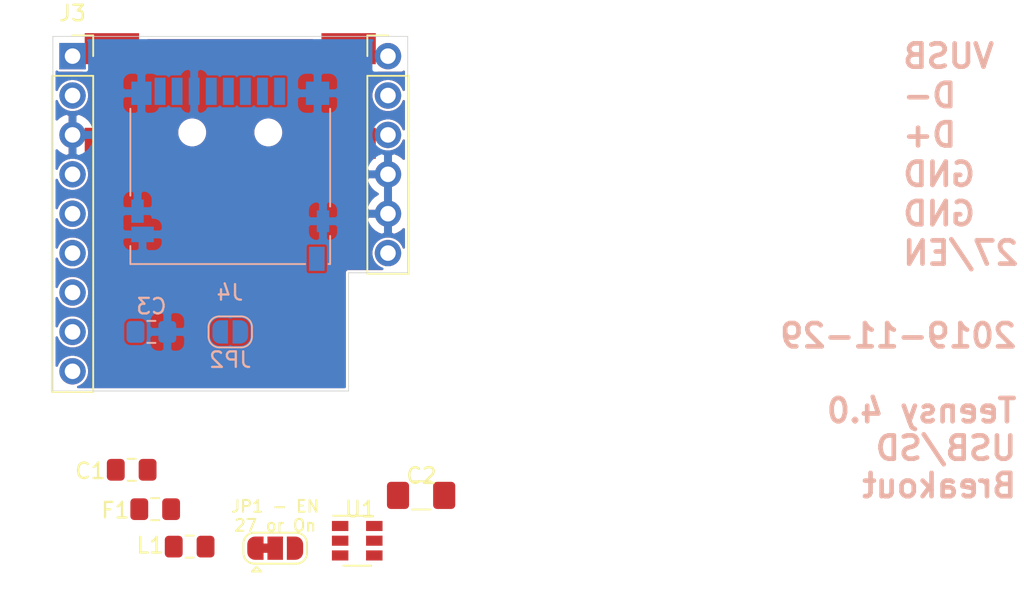
<source format=kicad_pcb>
(kicad_pcb (version 20171130) (host pcbnew "(5.1.5-0-10_14)")

  (general
    (thickness 1.6)
    (drawings 14)
    (tracks 0)
    (zones 0)
    (modules 12)
    (nets 19)
  )

  (page A4)
  (layers
    (0 F.Cu signal)
    (31 B.Cu signal)
    (32 B.Adhes user)
    (33 F.Adhes user)
    (34 B.Paste user)
    (35 F.Paste user)
    (36 B.SilkS user)
    (37 F.SilkS user)
    (38 B.Mask user)
    (39 F.Mask user)
    (40 Dwgs.User user)
    (41 Cmts.User user)
    (42 Eco1.User user)
    (43 Eco2.User user)
    (44 Edge.Cuts user)
    (45 Margin user)
    (46 B.CrtYd user)
    (47 F.CrtYd user)
    (48 B.Fab user)
    (49 F.Fab user)
  )

  (setup
    (last_trace_width 0.1524)
    (user_trace_width 0.1524)
    (user_trace_width 0.3048)
    (user_trace_width 0.4572)
    (trace_clearance 0.1524)
    (zone_clearance 0.1524)
    (zone_45_only no)
    (trace_min 0.1524)
    (via_size 0.3302)
    (via_drill 0.254)
    (via_min_size 0.3302)
    (via_min_drill 0.254)
    (user_via 0.3302 0.254)
    (uvia_size 0.3)
    (uvia_drill 0.1)
    (uvias_allowed no)
    (uvia_min_size 0.2)
    (uvia_min_drill 0.1)
    (edge_width 0.05)
    (segment_width 0.2)
    (pcb_text_width 0.3)
    (pcb_text_size 1.5 1.5)
    (mod_edge_width 0.12)
    (mod_text_size 1 1)
    (mod_text_width 0.15)
    (pad_size 1.7 1.7)
    (pad_drill 1)
    (pad_to_mask_clearance 0.051)
    (solder_mask_min_width 0.25)
    (aux_axis_origin 0 0)
    (visible_elements FFFFFF7F)
    (pcbplotparams
      (layerselection 0x010fc_ffffffff)
      (usegerberextensions false)
      (usegerberattributes false)
      (usegerberadvancedattributes false)
      (creategerberjobfile false)
      (excludeedgelayer true)
      (linewidth 0.100000)
      (plotframeref false)
      (viasonmask false)
      (mode 1)
      (useauxorigin false)
      (hpglpennumber 1)
      (hpglpenspeed 20)
      (hpglpendiameter 15.000000)
      (psnegative false)
      (psa4output false)
      (plotreference true)
      (plotvalue true)
      (plotinvisibletext false)
      (padsonsilk false)
      (subtractmaskfromsilk false)
      (outputformat 1)
      (mirror false)
      (drillshape 1)
      (scaleselection 1)
      (outputdirectory ""))
  )

  (net 0 "")
  (net 1 GND)
  (net 2 /VUSB)
  (net 3 /VBUS)
  (net 4 "Net-(F1-Pad1)")
  (net 5 /27)
  (net 6 /D+)
  (net 7 /D-)
  (net 8 "Net-(JP1-Pad3)")
  (net 9 /EN)
  (net 10 "Net-(J4-Pad10)")
  (net 11 /3V3)
  (net 12 /DET)
  (net 13 /DAT2)
  (net 14 /DAT3)
  (net 15 /CMD)
  (net 16 /CLK)
  (net 17 /DAT0)
  (net 18 /DAT1)

  (net_class Default "This is the default net class."
    (clearance 0.1524)
    (trace_width 0.1524)
    (via_dia 0.3302)
    (via_drill 0.254)
    (uvia_dia 0.3)
    (uvia_drill 0.1)
    (add_net /27)
    (add_net /3V3)
    (add_net /CLK)
    (add_net /CMD)
    (add_net /D+)
    (add_net /D-)
    (add_net /DAT0)
    (add_net /DAT1)
    (add_net /DAT2)
    (add_net /DAT3)
    (add_net /DET)
    (add_net /EN)
    (add_net /VBUS)
    (add_net /VUSB)
    (add_net GND)
    (add_net "Net-(F1-Pad1)")
    (add_net "Net-(J4-Pad10)")
    (add_net "Net-(JP1-Pad3)")
  )

  (module Jumper:SolderJumper-2_P1.3mm_Open_RoundedPad1.0x1.5mm (layer B.Cu) (tedit 5B391E66) (tstamp 5DE1670C)
    (at 142.24 116.84)
    (descr "SMD Solder Jumper, 1x1.5mm, rounded Pads, 0.3mm gap, open")
    (tags "solder jumper open")
    (path /5DE0A092)
    (attr virtual)
    (fp_text reference JP2 (at 0 1.8) (layer B.SilkS)
      (effects (font (size 1 1) (thickness 0.15)) (justify mirror))
    )
    (fp_text value SolderJumper_2_Open (at 0 -1.9) (layer B.Fab)
      (effects (font (size 1 1) (thickness 0.15)) (justify mirror))
    )
    (fp_line (start 1.65 -1.25) (end -1.65 -1.25) (layer B.CrtYd) (width 0.05))
    (fp_line (start 1.65 -1.25) (end 1.65 1.25) (layer B.CrtYd) (width 0.05))
    (fp_line (start -1.65 1.25) (end -1.65 -1.25) (layer B.CrtYd) (width 0.05))
    (fp_line (start -1.65 1.25) (end 1.65 1.25) (layer B.CrtYd) (width 0.05))
    (fp_line (start -0.7 1) (end 0.7 1) (layer B.SilkS) (width 0.12))
    (fp_line (start 1.4 0.3) (end 1.4 -0.3) (layer B.SilkS) (width 0.12))
    (fp_line (start 0.7 -1) (end -0.7 -1) (layer B.SilkS) (width 0.12))
    (fp_line (start -1.4 -0.3) (end -1.4 0.3) (layer B.SilkS) (width 0.12))
    (fp_arc (start -0.7 0.3) (end -0.7 1) (angle 90) (layer B.SilkS) (width 0.12))
    (fp_arc (start -0.7 -0.3) (end -1.4 -0.3) (angle 90) (layer B.SilkS) (width 0.12))
    (fp_arc (start 0.7 -0.3) (end 0.7 -1) (angle 90) (layer B.SilkS) (width 0.12))
    (fp_arc (start 0.7 0.3) (end 1.4 0.3) (angle 90) (layer B.SilkS) (width 0.12))
    (pad 2 smd custom (at 0.65 0) (size 1 0.5) (layers B.Cu B.Mask)
      (net 10 "Net-(J4-Pad10)") (zone_connect 2)
      (options (clearance outline) (anchor rect))
      (primitives
        (gr_circle (center 0 -0.25) (end 0.5 -0.25) (width 0))
        (gr_circle (center 0 0.25) (end 0.5 0.25) (width 0))
        (gr_poly (pts
           (xy 0 0.75) (xy -0.5 0.75) (xy -0.5 -0.75) (xy 0 -0.75)) (width 0))
      ))
    (pad 1 smd custom (at -0.65 0) (size 1 0.5) (layers B.Cu B.Mask)
      (net 12 /DET) (zone_connect 2)
      (options (clearance outline) (anchor rect))
      (primitives
        (gr_circle (center 0 -0.25) (end 0.5 -0.25) (width 0))
        (gr_circle (center 0 0.25) (end 0.5 0.25) (width 0))
        (gr_poly (pts
           (xy 0 0.75) (xy 0.5 0.75) (xy 0.5 -0.75) (xy 0 -0.75)) (width 0))
      ))
  )

  (module Connector_Card:microSD_HC_Hirose_DM3D-SF (layer B.Cu) (tedit 5B82D16A) (tstamp 5DE0AE8B)
    (at 142.24 106.68)
    (descr "Micro SD, SMD, right-angle, push-pull (https://media.digikey.com/PDF/Data%20Sheets/Hirose%20PDFs/DM3D-SF.pdf)")
    (tags "Micro SD")
    (path /5DE0556B)
    (attr smd)
    (fp_text reference J4 (at -0.025 7.625) (layer B.SilkS)
      (effects (font (size 1 1) (thickness 0.15)) (justify mirror))
    )
    (fp_text value Micro_SD_Card_Det_Hirose_DM3AT (at -0.025 -6.975) (layer B.Fab)
      (effects (font (size 1 1) (thickness 0.15)) (justify mirror))
    )
    (fp_arc (start 5.475 -5.475) (end 5.475 -5.725) (angle -90) (layer B.Fab) (width 0.1))
    (fp_arc (start 4.725 -4.425) (end 4.725 -3.925) (angle -90) (layer B.Fab) (width 0.1))
    (fp_arc (start -5.525 -5.475) (end -5.275 -5.475) (angle -90) (layer B.Fab) (width 0.1))
    (fp_arc (start -4.775 -4.425) (end -5.275 -4.425) (angle -90) (layer B.Fab) (width 0.1))
    (fp_arc (start -5.025 -9.575) (end -5.025 -10.075) (angle -90) (layer B.Fab) (width 0.1))
    (fp_arc (start 4.975 -9.575) (end 5.475 -9.575) (angle -90) (layer B.Fab) (width 0.1))
    (fp_line (start 6.325 5.785) (end 6.435 5.785) (layer B.SilkS) (width 0.12))
    (fp_line (start 0.525 5.725) (end -1.975 5.725) (layer Dwgs.User) (width 0.1))
    (fp_line (start 6.375 -5.725) (end 6.375 5.725) (layer B.Fab) (width 0.1))
    (fp_line (start 3.575 -0.475) (end 3.575 1.525) (layer Dwgs.User) (width 0.1))
    (fp_line (start 3.075 -0.475) (end 3.575 0.975) (layer Dwgs.User) (width 0.1))
    (fp_line (start 2.575 -0.475) (end 3.275 1.525) (layer Dwgs.User) (width 0.1))
    (fp_line (start 2.075 -0.475) (end 2.775 1.525) (layer Dwgs.User) (width 0.1))
    (fp_line (start 1.575 -0.475) (end 2.275 1.525) (layer Dwgs.User) (width 0.1))
    (fp_line (start 1.075 -0.475) (end 1.775 1.525) (layer Dwgs.User) (width 0.1))
    (fp_line (start 0.575 -0.475) (end 1.275 1.525) (layer Dwgs.User) (width 0.1))
    (fp_line (start 0.075 -0.475) (end 0.775 1.525) (layer Dwgs.User) (width 0.1))
    (fp_line (start -0.425 -0.475) (end 0.275 1.525) (layer Dwgs.User) (width 0.1))
    (fp_line (start -0.925 -0.475) (end -0.225 1.525) (layer Dwgs.User) (width 0.1))
    (fp_line (start -1.425 -0.475) (end -0.725 1.525) (layer Dwgs.User) (width 0.1))
    (fp_line (start -1.925 -0.475) (end -1.225 1.525) (layer Dwgs.User) (width 0.1))
    (fp_line (start -2.425 -0.475) (end -1.725 1.525) (layer Dwgs.User) (width 0.1))
    (fp_line (start -2.925 -0.475) (end -2.225 1.525) (layer Dwgs.User) (width 0.1))
    (fp_line (start -3.425 -0.475) (end -2.725 1.525) (layer Dwgs.User) (width 0.1))
    (fp_line (start -4.425 -0.475) (end -3.725 1.525) (layer Dwgs.User) (width 0.1))
    (fp_line (start -6.375 -5.725) (end -6.375 5.725) (layer B.Fab) (width 0.1))
    (fp_line (start -4.925 -0.475) (end 3.575 -0.475) (layer Dwgs.User) (width 0.1))
    (fp_line (start 0.525 3.875) (end -1.975 3.875) (layer Dwgs.User) (width 0.1))
    (fp_line (start -4.925 1.525) (end 3.575 1.525) (layer Dwgs.User) (width 0.1))
    (fp_line (start -6.92 6.72) (end 6.88 6.72) (layer B.CrtYd) (width 0.05))
    (fp_line (start 6.88 6.72) (end 6.88 -6.28) (layer B.CrtYd) (width 0.05))
    (fp_line (start 6.88 -6.28) (end -6.92 -6.28) (layer B.CrtYd) (width 0.05))
    (fp_line (start -6.92 -6.28) (end -6.92 6.72) (layer B.CrtYd) (width 0.05))
    (fp_line (start -4.925 1.525) (end -4.925 -0.475) (layer Dwgs.User) (width 0.1))
    (fp_line (start -4.925 -0.475) (end -4.225 1.525) (layer Dwgs.User) (width 0.1))
    (fp_line (start -4.225 1.525) (end -3.725 1.525) (layer Dwgs.User) (width 0.1))
    (fp_line (start -3.925 -0.475) (end -3.225 1.525) (layer Dwgs.User) (width 0.1))
    (fp_line (start -3.225 1.525) (end -2.725 1.525) (layer Dwgs.User) (width 0.1))
    (fp_line (start -6.375 5.725) (end 6.375 5.725) (layer B.Fab) (width 0.1))
    (fp_line (start -1.975 5.725) (end -1.975 3.875) (layer Dwgs.User) (width 0.1))
    (fp_line (start 0.525 3.875) (end 0.525 5.725) (layer Dwgs.User) (width 0.1))
    (fp_line (start -1.925 3.875) (end -1.525 5.725) (layer Dwgs.User) (width 0.1))
    (fp_line (start -1.025 5.725) (end -1.525 3.875) (layer Dwgs.User) (width 0.1))
    (fp_line (start -1.025 3.875) (end -0.525 5.725) (layer Dwgs.User) (width 0.1))
    (fp_line (start -0.025 5.725) (end -0.525 3.875) (layer Dwgs.User) (width 0.1))
    (fp_line (start -0.025 3.875) (end 0.475 5.725) (layer Dwgs.User) (width 0.1))
    (fp_line (start -5.525 6.975) (end 4.175 6.975) (layer B.Fab) (width 0.1))
    (fp_line (start 4.175 5.725) (end 4.175 6.975) (layer B.Fab) (width 0.1))
    (fp_line (start -5.525 5.725) (end -5.525 6.975) (layer B.Fab) (width 0.1))
    (fp_line (start -4.775 -3.925) (end 4.725 -3.925) (layer B.Fab) (width 0.1))
    (fp_line (start -6.375 -5.725) (end -5.525 -5.725) (layer B.Fab) (width 0.1))
    (fp_line (start -5.275 -5.475) (end -5.275 -4.425) (layer B.Fab) (width 0.1))
    (fp_line (start 5.225 -5.475) (end 5.225 -4.425) (layer B.Fab) (width 0.1))
    (fp_line (start 5.475 -5.725) (end 6.375 -5.725) (layer B.Fab) (width 0.1))
    (fp_line (start -5.525 -5.725) (end -5.525 -9.575) (layer B.Fab) (width 0.1))
    (fp_line (start -5.025 -10.075) (end 4.975 -10.075) (layer B.Fab) (width 0.1))
    (fp_line (start 5.475 -9.575) (end 5.475 -5.725) (layer B.Fab) (width 0.1))
    (fp_line (start -6.435 4.625) (end -6.435 5.785) (layer B.SilkS) (width 0.12))
    (fp_line (start -6.435 5.785) (end 4.825 5.785) (layer B.SilkS) (width 0.12))
    (fp_line (start 6.435 5.785) (end 6.435 3.975) (layer B.SilkS) (width 0.12))
    (fp_line (start -6.435 1.375) (end -6.435 -4.225) (layer B.SilkS) (width 0.12))
    (fp_line (start 6.435 2.075) (end 6.435 -4.225) (layer B.SilkS) (width 0.12))
    (fp_text user KEEPOUT (at -0.725 4.8) (layer Cmts.User)
      (effects (font (size 0.4 0.4) (thickness 0.06)))
    )
    (fp_text user %R (at -0.025 -1.475) (layer B.Fab)
      (effects (font (size 1 1) (thickness 0.1)) (justify mirror))
    )
    (fp_text user KEEPOUT (at -0.275 0.525) (layer Cmts.User)
      (effects (font (size 1 1) (thickness 0.1)))
    )
    (pad 10 smd rect (at 5.575 5.45) (size 1 1.55) (layers B.Cu B.Paste B.Mask)
      (net 10 "Net-(J4-Pad10)"))
    (pad 11 smd rect (at 5.625 -5.225) (size 1.5 1.5) (layers B.Cu B.Paste B.Mask)
      (net 1 GND))
    (pad 1 smd rect (at 3.175 -5.35) (size 0.7 1.75) (layers B.Cu B.Paste B.Mask)
      (net 13 /DAT2))
    (pad 2 smd rect (at 2.075 -5.35) (size 0.7 1.75) (layers B.Cu B.Paste B.Mask)
      (net 14 /DAT3))
    (pad 3 smd rect (at 0.975 -5.35) (size 0.7 1.75) (layers B.Cu B.Paste B.Mask)
      (net 15 /CMD))
    (pad 4 smd rect (at -0.125 -5.35) (size 0.7 1.75) (layers B.Cu B.Paste B.Mask)
      (net 11 /3V3))
    (pad 5 smd rect (at -1.225 -5.35) (size 0.7 1.75) (layers B.Cu B.Paste B.Mask)
      (net 16 /CLK))
    (pad 6 smd rect (at -2.325 -5.35) (size 0.7 1.75) (layers B.Cu B.Paste B.Mask)
      (net 1 GND))
    (pad 7 smd rect (at -3.425 -5.35) (size 0.7 1.75) (layers B.Cu B.Paste B.Mask)
      (net 17 /DAT0))
    (pad 11 smd rect (at 5.975 3.025) (size 0.8 1.4) (layers B.Cu B.Paste B.Mask)
      (net 1 GND))
    (pad 9 smd rect (at -5.65 3.875) (size 1.45 1) (layers B.Cu B.Paste B.Mask)
      (net 1 GND))
    (pad 11 smd rect (at -5.975 2.375) (size 0.8 1.5) (layers B.Cu B.Paste B.Mask)
      (net 1 GND))
    (pad 11 smd rect (at -5.725 -5.225) (size 1.3 1.5) (layers B.Cu B.Paste B.Mask)
      (net 1 GND))
    (pad 8 smd rect (at -4.525 -5.35) (size 0.7 1.75) (layers B.Cu B.Paste B.Mask)
      (net 18 /DAT1))
    (model ${KISYS3DMOD}/Connector_Card.3dshapes/microSD_HC_Hirose_DM3D-SF.wrl
      (at (xyz 0 0 0))
      (scale (xyz 1 1 1))
      (rotate (xyz 0 0 0))
    )
  )

  (module Connector_PinSocket_2.54mm:PinSocket_1x09_P2.54mm_Vertical (layer F.Cu) (tedit 5A19A431) (tstamp 5DE0AE38)
    (at 132.08 99.06)
    (descr "Through hole straight socket strip, 1x09, 2.54mm pitch, single row (from Kicad 4.0.7), script generated")
    (tags "Through hole socket strip THT 1x09 2.54mm single row")
    (path /5DE0870F)
    (fp_text reference J3 (at 0 -2.77) (layer F.SilkS)
      (effects (font (size 1 1) (thickness 0.15)))
    )
    (fp_text value Conn_01x09 (at 0 23.09) (layer F.Fab)
      (effects (font (size 1 1) (thickness 0.15)))
    )
    (fp_text user %R (at 0 10.16 90) (layer F.Fab)
      (effects (font (size 1 1) (thickness 0.15)))
    )
    (fp_line (start -1.8 22.1) (end -1.8 -1.8) (layer F.CrtYd) (width 0.05))
    (fp_line (start 1.75 22.1) (end -1.8 22.1) (layer F.CrtYd) (width 0.05))
    (fp_line (start 1.75 -1.8) (end 1.75 22.1) (layer F.CrtYd) (width 0.05))
    (fp_line (start -1.8 -1.8) (end 1.75 -1.8) (layer F.CrtYd) (width 0.05))
    (fp_line (start 0 -1.33) (end 1.33 -1.33) (layer F.SilkS) (width 0.12))
    (fp_line (start 1.33 -1.33) (end 1.33 0) (layer F.SilkS) (width 0.12))
    (fp_line (start 1.33 1.27) (end 1.33 21.65) (layer F.SilkS) (width 0.12))
    (fp_line (start -1.33 21.65) (end 1.33 21.65) (layer F.SilkS) (width 0.12))
    (fp_line (start -1.33 1.27) (end -1.33 21.65) (layer F.SilkS) (width 0.12))
    (fp_line (start -1.33 1.27) (end 1.33 1.27) (layer F.SilkS) (width 0.12))
    (fp_line (start -1.27 21.59) (end -1.27 -1.27) (layer F.Fab) (width 0.1))
    (fp_line (start 1.27 21.59) (end -1.27 21.59) (layer F.Fab) (width 0.1))
    (fp_line (start 1.27 -0.635) (end 1.27 21.59) (layer F.Fab) (width 0.1))
    (fp_line (start 0.635 -1.27) (end 1.27 -0.635) (layer F.Fab) (width 0.1))
    (fp_line (start -1.27 -1.27) (end 0.635 -1.27) (layer F.Fab) (width 0.1))
    (pad 9 thru_hole oval (at 0 20.32) (size 1.7 1.7) (drill 1) (layers *.Cu *.Mask)
      (net 12 /DET))
    (pad 8 thru_hole oval (at 0 17.78) (size 1.7 1.7) (drill 1) (layers *.Cu *.Mask)
      (net 13 /DAT2))
    (pad 7 thru_hole oval (at 0 15.24) (size 1.7 1.7) (drill 1) (layers *.Cu *.Mask)
      (net 14 /DAT3))
    (pad 6 thru_hole oval (at 0 12.7) (size 1.7 1.7) (drill 1) (layers *.Cu *.Mask)
      (net 15 /CMD))
    (pad 5 thru_hole oval (at 0 10.16) (size 1.7 1.7) (drill 1) (layers *.Cu *.Mask)
      (net 11 /3V3))
    (pad 4 thru_hole oval (at 0 7.62) (size 1.7 1.7) (drill 1) (layers *.Cu *.Mask)
      (net 16 /CLK))
    (pad 3 thru_hole oval (at 0 5.08) (size 1.7 1.7) (drill 1) (layers *.Cu *.Mask)
      (net 1 GND))
    (pad 2 thru_hole oval (at 0 2.54) (size 1.7 1.7) (drill 1) (layers *.Cu *.Mask)
      (net 17 /DAT0))
    (pad 1 thru_hole rect (at 0 0) (size 1.7 1.7) (drill 1) (layers *.Cu *.Mask)
      (net 18 /DAT1))
    (model ${KISYS3DMOD}/Connector_PinSocket_2.54mm.3dshapes/PinSocket_1x09_P2.54mm_Vertical.wrl
      (at (xyz 0 0 0))
      (scale (xyz 1 1 1))
      (rotate (xyz 0 0 0))
    )
  )

  (module Capacitor_SMD:C_0805_2012Metric_Pad1.15x1.40mm_HandSolder (layer B.Cu) (tedit 5B36C52B) (tstamp 5DE0ADA5)
    (at 137.16 116.84 180)
    (descr "Capacitor SMD 0805 (2012 Metric), square (rectangular) end terminal, IPC_7351 nominal with elongated pad for handsoldering. (Body size source: https://docs.google.com/spreadsheets/d/1BsfQQcO9C6DZCsRaXUlFlo91Tg2WpOkGARC1WS5S8t0/edit?usp=sharing), generated with kicad-footprint-generator")
    (tags "capacitor handsolder")
    (path /5DE0B848)
    (attr smd)
    (fp_text reference C3 (at 0 1.65) (layer B.SilkS)
      (effects (font (size 1 1) (thickness 0.15)) (justify mirror))
    )
    (fp_text value 0.1u (at 0 -1.65) (layer B.Fab)
      (effects (font (size 1 1) (thickness 0.15)) (justify mirror))
    )
    (fp_text user %R (at 0 0) (layer B.Fab)
      (effects (font (size 0.5 0.5) (thickness 0.08)) (justify mirror))
    )
    (fp_line (start 1.85 -0.95) (end -1.85 -0.95) (layer B.CrtYd) (width 0.05))
    (fp_line (start 1.85 0.95) (end 1.85 -0.95) (layer B.CrtYd) (width 0.05))
    (fp_line (start -1.85 0.95) (end 1.85 0.95) (layer B.CrtYd) (width 0.05))
    (fp_line (start -1.85 -0.95) (end -1.85 0.95) (layer B.CrtYd) (width 0.05))
    (fp_line (start -0.261252 -0.71) (end 0.261252 -0.71) (layer B.SilkS) (width 0.12))
    (fp_line (start -0.261252 0.71) (end 0.261252 0.71) (layer B.SilkS) (width 0.12))
    (fp_line (start 1 -0.6) (end -1 -0.6) (layer B.Fab) (width 0.1))
    (fp_line (start 1 0.6) (end 1 -0.6) (layer B.Fab) (width 0.1))
    (fp_line (start -1 0.6) (end 1 0.6) (layer B.Fab) (width 0.1))
    (fp_line (start -1 -0.6) (end -1 0.6) (layer B.Fab) (width 0.1))
    (pad 2 smd roundrect (at 1.025 0 180) (size 1.15 1.4) (layers B.Cu B.Paste B.Mask) (roundrect_rratio 0.217391)
      (net 11 /3V3))
    (pad 1 smd roundrect (at -1.025 0 180) (size 1.15 1.4) (layers B.Cu B.Paste B.Mask) (roundrect_rratio 0.217391)
      (net 1 GND))
    (model ${KISYS3DMOD}/Capacitor_SMD.3dshapes/C_0805_2012Metric.wrl
      (at (xyz 0 0 0))
      (scale (xyz 1 1 1))
      (rotate (xyz 0 0 0))
    )
  )

  (module Jumper:SolderJumper-3_P1.3mm_Bridged12_RoundedPad1.0x1.5mm (layer F.Cu) (tedit 5C745321) (tstamp 5D98FA16)
    (at 145.1356 130.7846)
    (descr "SMD Solder 3-pad Jumper, 1x1.5mm rounded Pads, 0.3mm gap, pads 1-2 bridged with 1 copper strip")
    (tags "solder jumper open")
    (path /5D98F81D)
    (attr virtual)
    (fp_text reference JP1 (at 0.1016 4.2418) (layer F.SilkS) hide
      (effects (font (size 1 1) (thickness 0.15)))
    )
    (fp_text value "EN PIN 27" (at 0 1.9) (layer F.Fab)
      (effects (font (size 1 1) (thickness 0.15)))
    )
    (fp_poly (pts (xy -0.9 -0.3) (xy -0.4 -0.3) (xy -0.4 0.3) (xy -0.9 0.3)) (layer F.Cu) (width 0))
    (fp_arc (start -1.35 -0.3) (end -1.35 -1) (angle -90) (layer F.SilkS) (width 0.12))
    (fp_arc (start -1.35 0.3) (end -2.05 0.3) (angle -90) (layer F.SilkS) (width 0.12))
    (fp_arc (start 1.35 0.3) (end 1.35 1) (angle -90) (layer F.SilkS) (width 0.12))
    (fp_arc (start 1.35 -0.3) (end 2.05 -0.3) (angle -90) (layer F.SilkS) (width 0.12))
    (fp_line (start 2.3 1.25) (end -2.3 1.25) (layer F.CrtYd) (width 0.05))
    (fp_line (start 2.3 1.25) (end 2.3 -1.25) (layer F.CrtYd) (width 0.05))
    (fp_line (start -2.3 -1.25) (end -2.3 1.25) (layer F.CrtYd) (width 0.05))
    (fp_line (start -2.3 -1.25) (end 2.3 -1.25) (layer F.CrtYd) (width 0.05))
    (fp_line (start -1.4 -1) (end 1.4 -1) (layer F.SilkS) (width 0.12))
    (fp_line (start 2.05 -0.3) (end 2.05 0.3) (layer F.SilkS) (width 0.12))
    (fp_line (start 1.4 1) (end -1.4 1) (layer F.SilkS) (width 0.12))
    (fp_line (start -2.05 0.3) (end -2.05 -0.3) (layer F.SilkS) (width 0.12))
    (fp_line (start -1.2 1.2) (end -1.5 1.5) (layer F.SilkS) (width 0.12))
    (fp_line (start -1.5 1.5) (end -0.9 1.5) (layer F.SilkS) (width 0.12))
    (fp_line (start -1.2 1.2) (end -0.9 1.5) (layer F.SilkS) (width 0.12))
    (pad 1 smd custom (at -1.3 0) (size 1 0.5) (layers F.Cu F.Mask)
      (net 5 /27) (zone_connect 2)
      (options (clearance outline) (anchor rect))
      (primitives
        (gr_circle (center 0 0.25) (end 0.5 0.25) (width 0))
        (gr_circle (center 0 -0.25) (end 0.5 -0.25) (width 0))
        (gr_poly (pts
           (xy 0.55 -0.75) (xy 0 -0.75) (xy 0 0.75) (xy 0.55 0.75)) (width 0))
      ))
    (pad 2 smd rect (at 0 0) (size 1 1.5) (layers F.Cu F.Mask)
      (net 9 /EN))
    (pad 3 smd custom (at 1.3 0) (size 1 0.5) (layers F.Cu F.Mask)
      (net 8 "Net-(JP1-Pad3)") (zone_connect 2)
      (options (clearance outline) (anchor rect))
      (primitives
        (gr_circle (center 0 0.25) (end 0.5 0.25) (width 0))
        (gr_circle (center 0 -0.25) (end 0.5 -0.25) (width 0))
        (gr_poly (pts
           (xy -0.55 -0.75) (xy 0 -0.75) (xy 0 0.75) (xy -0.55 0.75)) (width 0))
      ))
  )

  (module Capacitor_SMD:C_1206_3216Metric_Pad1.42x1.75mm_HandSolder (layer F.Cu) (tedit 5B301BBE) (tstamp 5D856E8C)
    (at 154.5336 127.381)
    (descr "Capacitor SMD 1206 (3216 Metric), square (rectangular) end terminal, IPC_7351 nominal with elongated pad for handsoldering. (Body size source: http://www.tortai-tech.com/upload/download/2011102023233369053.pdf), generated with kicad-footprint-generator")
    (tags "capacitor handsolder")
    (path /5D85B796)
    (attr smd)
    (fp_text reference C2 (at 0.0254 -1.27) (layer F.SilkS)
      (effects (font (size 1 1) (thickness 0.15)))
    )
    (fp_text value 100u (at 0 1.82) (layer F.Fab)
      (effects (font (size 1 1) (thickness 0.15)))
    )
    (fp_text user %R (at 0 0) (layer F.Fab)
      (effects (font (size 0.8 0.8) (thickness 0.12)))
    )
    (fp_line (start 2.45 1.12) (end -2.45 1.12) (layer F.CrtYd) (width 0.05))
    (fp_line (start 2.45 -1.12) (end 2.45 1.12) (layer F.CrtYd) (width 0.05))
    (fp_line (start -2.45 -1.12) (end 2.45 -1.12) (layer F.CrtYd) (width 0.05))
    (fp_line (start -2.45 1.12) (end -2.45 -1.12) (layer F.CrtYd) (width 0.05))
    (fp_line (start -0.602064 0.91) (end 0.602064 0.91) (layer F.SilkS) (width 0.12))
    (fp_line (start -0.602064 -0.91) (end 0.602064 -0.91) (layer F.SilkS) (width 0.12))
    (fp_line (start 1.6 0.8) (end -1.6 0.8) (layer F.Fab) (width 0.1))
    (fp_line (start 1.6 -0.8) (end 1.6 0.8) (layer F.Fab) (width 0.1))
    (fp_line (start -1.6 -0.8) (end 1.6 -0.8) (layer F.Fab) (width 0.1))
    (fp_line (start -1.6 0.8) (end -1.6 -0.8) (layer F.Fab) (width 0.1))
    (pad 2 smd roundrect (at 1.4875 0) (size 1.425 1.75) (layers F.Cu F.Paste F.Mask) (roundrect_rratio 0.175439)
      (net 1 GND))
    (pad 1 smd roundrect (at -1.4875 0) (size 1.425 1.75) (layers F.Cu F.Paste F.Mask) (roundrect_rratio 0.175439)
      (net 3 /VBUS))
    (model ${KISYS3DMOD}/Capacitor_SMD.3dshapes/C_1206_3216Metric.wrl
      (at (xyz 0 0 0))
      (scale (xyz 1 1 1))
      (rotate (xyz 0 0 0))
    )
  )

  (module Capacitor_SMD:C_0805_2012Metric_Pad1.15x1.40mm_HandSolder (layer F.Cu) (tedit 5B36C52B) (tstamp 5D8595C7)
    (at 135.89 125.73)
    (descr "Capacitor SMD 0805 (2012 Metric), square (rectangular) end terminal, IPC_7351 nominal with elongated pad for handsoldering. (Body size source: https://docs.google.com/spreadsheets/d/1BsfQQcO9C6DZCsRaXUlFlo91Tg2WpOkGARC1WS5S8t0/edit?usp=sharing), generated with kicad-footprint-generator")
    (tags "capacitor handsolder")
    (path /5D85C976)
    (attr smd)
    (fp_text reference C1 (at -2.667 0.0762 180) (layer F.SilkS)
      (effects (font (size 1 1) (thickness 0.15)))
    )
    (fp_text value 2u2 (at 0 1.65) (layer F.Fab)
      (effects (font (size 1 1) (thickness 0.15)))
    )
    (fp_text user %R (at 0 0) (layer F.Fab)
      (effects (font (size 0.5 0.5) (thickness 0.08)))
    )
    (fp_line (start 1.85 0.95) (end -1.85 0.95) (layer F.CrtYd) (width 0.05))
    (fp_line (start 1.85 -0.95) (end 1.85 0.95) (layer F.CrtYd) (width 0.05))
    (fp_line (start -1.85 -0.95) (end 1.85 -0.95) (layer F.CrtYd) (width 0.05))
    (fp_line (start -1.85 0.95) (end -1.85 -0.95) (layer F.CrtYd) (width 0.05))
    (fp_line (start -0.261252 0.71) (end 0.261252 0.71) (layer F.SilkS) (width 0.12))
    (fp_line (start -0.261252 -0.71) (end 0.261252 -0.71) (layer F.SilkS) (width 0.12))
    (fp_line (start 1 0.6) (end -1 0.6) (layer F.Fab) (width 0.1))
    (fp_line (start 1 -0.6) (end 1 0.6) (layer F.Fab) (width 0.1))
    (fp_line (start -1 -0.6) (end 1 -0.6) (layer F.Fab) (width 0.1))
    (fp_line (start -1 0.6) (end -1 -0.6) (layer F.Fab) (width 0.1))
    (pad 2 smd roundrect (at 1.025 0) (size 1.15 1.4) (layers F.Cu F.Paste F.Mask) (roundrect_rratio 0.217391)
      (net 1 GND))
    (pad 1 smd roundrect (at -1.025 0) (size 1.15 1.4) (layers F.Cu F.Paste F.Mask) (roundrect_rratio 0.217391)
      (net 2 /VUSB))
    (model ${KISYS3DMOD}/Capacitor_SMD.3dshapes/C_0805_2012Metric.wrl
      (at (xyz 0 0 0))
      (scale (xyz 1 1 1))
      (rotate (xyz 0 0 0))
    )
  )

  (module Inductor_SMD:L_0805_2012Metric_Pad1.15x1.40mm_HandSolder (layer F.Cu) (tedit 5B36C52B) (tstamp 5D856EC3)
    (at 137.405 128.27 180)
    (descr "Capacitor SMD 0805 (2012 Metric), square (rectangular) end terminal, IPC_7351 nominal with elongated pad for handsoldering. (Body size source: https://docs.google.com/spreadsheets/d/1BsfQQcO9C6DZCsRaXUlFlo91Tg2WpOkGARC1WS5S8t0/edit?usp=sharing), generated with kicad-footprint-generator")
    (tags "inductor handsolder")
    (path /5D860271)
    (attr smd)
    (fp_text reference F1 (at 2.5654 -0.0762 180) (layer F.SilkS)
      (effects (font (size 1 1) (thickness 0.15)))
    )
    (fp_text value 500mA (at -3.9116 0.381) (layer F.Fab)
      (effects (font (size 1 1) (thickness 0.15)))
    )
    (fp_text user %R (at 0 0) (layer F.Fab)
      (effects (font (size 0.5 0.5) (thickness 0.08)))
    )
    (fp_line (start 1.85 0.95) (end -1.85 0.95) (layer F.CrtYd) (width 0.05))
    (fp_line (start 1.85 -0.95) (end 1.85 0.95) (layer F.CrtYd) (width 0.05))
    (fp_line (start -1.85 -0.95) (end 1.85 -0.95) (layer F.CrtYd) (width 0.05))
    (fp_line (start -1.85 0.95) (end -1.85 -0.95) (layer F.CrtYd) (width 0.05))
    (fp_line (start -0.261252 0.71) (end 0.261252 0.71) (layer F.SilkS) (width 0.12))
    (fp_line (start -0.261252 -0.71) (end 0.261252 -0.71) (layer F.SilkS) (width 0.12))
    (fp_line (start 1 0.6) (end -1 0.6) (layer F.Fab) (width 0.1))
    (fp_line (start 1 -0.6) (end 1 0.6) (layer F.Fab) (width 0.1))
    (fp_line (start -1 -0.6) (end 1 -0.6) (layer F.Fab) (width 0.1))
    (fp_line (start -1 0.6) (end -1 -0.6) (layer F.Fab) (width 0.1))
    (pad 2 smd roundrect (at 1.025 0 180) (size 1.15 1.4) (layers F.Cu F.Paste F.Mask) (roundrect_rratio 0.217391)
      (net 2 /VUSB))
    (pad 1 smd roundrect (at -1.025 0 180) (size 1.15 1.4) (layers F.Cu F.Paste F.Mask) (roundrect_rratio 0.217391)
      (net 4 "Net-(F1-Pad1)"))
    (model ${KISYS3DMOD}/Inductor_SMD.3dshapes/L_0805_2012Metric.wrl
      (at (xyz 0 0 0))
      (scale (xyz 1 1 1))
      (rotate (xyz 0 0 0))
    )
  )

  (module Package_TO_SOT_SMD:SOT-23-6 (layer F.Cu) (tedit 5A02FF57) (tstamp 5D859970)
    (at 150.4188 130.302)
    (descr "6-pin SOT-23 package")
    (tags SOT-23-6)
    (path /5D8543F9)
    (attr smd)
    (fp_text reference U1 (at 0.2032 -2.032) (layer F.SilkS)
      (effects (font (size 1 1) (thickness 0.15)))
    )
    (fp_text value TPD3S014 (at 0 2.9) (layer F.Fab)
      (effects (font (size 1 1) (thickness 0.15)))
    )
    (fp_line (start 0.9 -1.55) (end 0.9 1.55) (layer F.Fab) (width 0.1))
    (fp_line (start 0.9 1.55) (end -0.9 1.55) (layer F.Fab) (width 0.1))
    (fp_line (start -0.9 -0.9) (end -0.9 1.55) (layer F.Fab) (width 0.1))
    (fp_line (start 0.9 -1.55) (end -0.25 -1.55) (layer F.Fab) (width 0.1))
    (fp_line (start -0.9 -0.9) (end -0.25 -1.55) (layer F.Fab) (width 0.1))
    (fp_line (start -1.9 -1.8) (end -1.9 1.8) (layer F.CrtYd) (width 0.05))
    (fp_line (start -1.9 1.8) (end 1.9 1.8) (layer F.CrtYd) (width 0.05))
    (fp_line (start 1.9 1.8) (end 1.9 -1.8) (layer F.CrtYd) (width 0.05))
    (fp_line (start 1.9 -1.8) (end -1.9 -1.8) (layer F.CrtYd) (width 0.05))
    (fp_line (start 0.9 -1.61) (end -1.55 -1.61) (layer F.SilkS) (width 0.12))
    (fp_line (start -0.9 1.61) (end 0.9 1.61) (layer F.SilkS) (width 0.12))
    (fp_text user %R (at 0 0 90) (layer F.Fab)
      (effects (font (size 0.5 0.5) (thickness 0.075)))
    )
    (pad 5 smd rect (at 1.1 0) (size 1.06 0.65) (layers F.Cu F.Paste F.Mask)
      (net 6 /D+))
    (pad 6 smd rect (at 1.1 -0.95) (size 1.06 0.65) (layers F.Cu F.Paste F.Mask)
      (net 7 /D-))
    (pad 4 smd rect (at 1.1 0.95) (size 1.06 0.65) (layers F.Cu F.Paste F.Mask)
      (net 3 /VBUS))
    (pad 3 smd rect (at -1.1 0.95) (size 1.06 0.65) (layers F.Cu F.Paste F.Mask)
      (net 8 "Net-(JP1-Pad3)"))
    (pad 2 smd rect (at -1.1 0) (size 1.06 0.65) (layers F.Cu F.Paste F.Mask)
      (net 1 GND))
    (pad 1 smd rect (at -1.1 -0.95) (size 1.06 0.65) (layers F.Cu F.Paste F.Mask)
      (net 9 /EN))
    (model ${KISYS3DMOD}/Package_TO_SOT_SMD.3dshapes/SOT-23-6.wrl
      (at (xyz 0 0 0))
      (scale (xyz 1 1 1))
      (rotate (xyz 0 0 0))
    )
  )

  (module Inductor_SMD:L_0805_2012Metric_Pad1.15x1.40mm_HandSolder (layer F.Cu) (tedit 5B36C52B) (tstamp 5D85974C)
    (at 139.6238 130.683)
    (descr "Capacitor SMD 0805 (2012 Metric), square (rectangular) end terminal, IPC_7351 nominal with elongated pad for handsoldering. (Body size source: https://docs.google.com/spreadsheets/d/1BsfQQcO9C6DZCsRaXUlFlo91Tg2WpOkGARC1WS5S8t0/edit?usp=sharing), generated with kicad-footprint-generator")
    (tags "inductor handsolder")
    (path /5D865DA5)
    (attr smd)
    (fp_text reference L1 (at -2.54 -0.0762) (layer F.SilkS)
      (effects (font (size 1 1) (thickness 0.15)))
    )
    (fp_text value "ferrite 150" (at 0 1.65) (layer F.Fab)
      (effects (font (size 1 1) (thickness 0.15)))
    )
    (fp_text user %R (at 0 0) (layer F.Fab)
      (effects (font (size 0.5 0.5) (thickness 0.08)))
    )
    (fp_line (start 1.85 0.95) (end -1.85 0.95) (layer F.CrtYd) (width 0.05))
    (fp_line (start 1.85 -0.95) (end 1.85 0.95) (layer F.CrtYd) (width 0.05))
    (fp_line (start -1.85 -0.95) (end 1.85 -0.95) (layer F.CrtYd) (width 0.05))
    (fp_line (start -1.85 0.95) (end -1.85 -0.95) (layer F.CrtYd) (width 0.05))
    (fp_line (start -0.261252 0.71) (end 0.261252 0.71) (layer F.SilkS) (width 0.12))
    (fp_line (start -0.261252 -0.71) (end 0.261252 -0.71) (layer F.SilkS) (width 0.12))
    (fp_line (start 1 0.6) (end -1 0.6) (layer F.Fab) (width 0.1))
    (fp_line (start 1 -0.6) (end 1 0.6) (layer F.Fab) (width 0.1))
    (fp_line (start -1 -0.6) (end 1 -0.6) (layer F.Fab) (width 0.1))
    (fp_line (start -1 0.6) (end -1 -0.6) (layer F.Fab) (width 0.1))
    (pad 2 smd roundrect (at 1.025 0) (size 1.15 1.4) (layers F.Cu F.Paste F.Mask) (roundrect_rratio 0.217391)
      (net 8 "Net-(JP1-Pad3)"))
    (pad 1 smd roundrect (at -1.025 0) (size 1.15 1.4) (layers F.Cu F.Paste F.Mask) (roundrect_rratio 0.217391)
      (net 4 "Net-(F1-Pad1)"))
    (model ${KISYS3DMOD}/Inductor_SMD.3dshapes/L_0805_2012Metric.wrl
      (at (xyz 0 0 0))
      (scale (xyz 1 1 1))
      (rotate (xyz 0 0 0))
    )
  )

  (module USB_A_Receptacle_SMD_Wuerth_629104190121:USB_A_Receptacle_SMD_Wuerth_629104190121 (layer F.Cu) (tedit 5D7E69EB) (tstamp 5D859869)
    (at 142.24 106.68 180)
    (path /5D8523A9)
    (fp_text reference J2 (at 0.1 12.1) (layer F.SilkS) hide
      (effects (font (size 1 1) (thickness 0.15)))
    )
    (fp_text value USB_A (at -0.3 -2.5) (layer F.Fab)
      (effects (font (size 1 1) (thickness 0.15)))
    )
    (fp_line (start -6.55 10.8) (end -6.55 0.8) (layer Dwgs.User) (width 0.06))
    (fp_line (start -6.55 10.8) (end 6.55 10.8) (layer Dwgs.User) (width 0.06))
    (fp_line (start 6.55 0.8) (end 6.55 10.8) (layer Dwgs.User) (width 0.06))
    (fp_line (start -6.55 0.8) (end 6.55 0.8) (layer Dwgs.User) (width 0.06))
    (fp_line (start -9 9.6) (end 9 9.6) (layer Dwgs.User) (width 0.12))
    (pad "" np_thru_hole circle (at 2.45 2.7 180) (size 1.5 1.5) (drill 1.5) (layers *.Cu *.Mask))
    (pad "" np_thru_hole circle (at -2.45 2.7 180) (size 1.5 1.5) (drill 1.5) (layers *.Cu *.Mask))
    (pad 5 smd rect (at 7.625 8.1 180) (size 3.5 2) (layers F.Cu F.Paste F.Mask)
      (net 1 GND))
    (pad 5 smd rect (at 7.625 2 180) (size 3.5 2) (layers F.Cu F.Paste F.Mask)
      (net 1 GND))
    (pad 5 smd rect (at -7.625 8.1 180) (size 3.5 2) (layers F.Cu F.Paste F.Mask)
      (net 1 GND))
    (pad 5 smd rect (at -7.625 2 180) (size 3.5 2) (layers F.Cu F.Paste F.Mask)
      (net 1 GND))
    (pad 4 smd rect (at 3.5 0 180) (size 1.25 2) (layers F.Cu F.Paste F.Mask)
      (net 1 GND))
    (pad 3 smd rect (at 1 0 180) (size 1.25 2) (layers F.Cu F.Paste F.Mask)
      (net 6 /D+))
    (pad 2 smd rect (at -1 0 180) (size 1.25 2) (layers F.Cu F.Paste F.Mask)
      (net 7 /D-))
    (pad 1 smd rect (at -3.5 0 180) (size 1.25 2) (layers F.Cu F.Paste F.Mask)
      (net 3 /VBUS))
  )

  (module Connector_PinHeader_2.54mm:PinHeader_1x06_P2.54mm_Vertical (layer F.Cu) (tedit 5DE1609F) (tstamp 5DE0B0C8)
    (at 152.4 99.06)
    (descr "Through hole straight pin header, 1x06, 2.54mm pitch, single row")
    (tags "Through hole pin header THT 1x06 2.54mm single row")
    (path /5D850F31)
    (fp_text reference J1 (at 0 -2.33) (layer F.SilkS) hide
      (effects (font (size 1 1) (thickness 0.15)))
    )
    (fp_text value Conn_01x06 (at 0 15.03) (layer F.Fab)
      (effects (font (size 1 1) (thickness 0.15)))
    )
    (fp_text user %R (at 0 6.35 90) (layer F.Fab)
      (effects (font (size 1 1) (thickness 0.15)))
    )
    (fp_line (start 1.8 -1.8) (end -1.8 -1.8) (layer F.CrtYd) (width 0.05))
    (fp_line (start 1.8 14.5) (end 1.8 -1.8) (layer F.CrtYd) (width 0.05))
    (fp_line (start -1.8 14.5) (end 1.8 14.5) (layer F.CrtYd) (width 0.05))
    (fp_line (start -1.8 -1.8) (end -1.8 14.5) (layer F.CrtYd) (width 0.05))
    (fp_line (start -1.33 -1.33) (end 0 -1.33) (layer F.SilkS) (width 0.12))
    (fp_line (start -1.33 0) (end -1.33 -1.33) (layer F.SilkS) (width 0.12))
    (fp_line (start -1.33 1.27) (end 1.33 1.27) (layer F.SilkS) (width 0.12))
    (fp_line (start 1.33 1.27) (end 1.33 14.03) (layer F.SilkS) (width 0.12))
    (fp_line (start -1.33 1.27) (end -1.33 14.03) (layer F.SilkS) (width 0.12))
    (fp_line (start -1.33 14.03) (end 1.33 14.03) (layer F.SilkS) (width 0.12))
    (fp_line (start -1.27 -0.635) (end -0.635 -1.27) (layer F.Fab) (width 0.1))
    (fp_line (start -1.27 13.97) (end -1.27 -0.635) (layer F.Fab) (width 0.1))
    (fp_line (start 1.27 13.97) (end -1.27 13.97) (layer F.Fab) (width 0.1))
    (fp_line (start 1.27 -1.27) (end 1.27 13.97) (layer F.Fab) (width 0.1))
    (fp_line (start -0.635 -1.27) (end 1.27 -1.27) (layer F.Fab) (width 0.1))
    (pad 6 thru_hole oval (at 0 12.7) (size 1.7 1.7) (drill 1) (layers *.Cu *.Mask)
      (net 5 /27))
    (pad 5 thru_hole oval (at 0 10.16) (size 1.7 1.7) (drill 1) (layers *.Cu *.Mask)
      (net 1 GND))
    (pad 4 thru_hole oval (at 0 7.62) (size 1.7 1.7) (drill 1) (layers *.Cu *.Mask)
      (net 1 GND))
    (pad 3 thru_hole oval (at 0 5.08) (size 1.7 1.7) (drill 1) (layers *.Cu *.Mask)
      (net 6 /D+))
    (pad 2 thru_hole oval (at 0 2.54) (size 1.7 1.7) (drill 1) (layers *.Cu *.Mask)
      (net 7 /D-))
    (pad 1 thru_hole circle (at 0 0) (size 1.7 1.7) (drill 1) (layers *.Cu *.Mask)
      (net 2 /VUSB))
    (model ${KISYS3DMOD}/Connector_PinHeader_2.54mm.3dshapes/PinHeader_1x06_P2.54mm_Vertical.wrl
      (at (xyz 0 0 0))
      (scale (xyz 1 1 1))
      (rotate (xyz 0 0 0))
    )
  )

  (gr_line (start 130.81 120.65) (end 130.81 97.79) (layer Edge.Cuts) (width 0.05) (tstamp 5DE16891))
  (gr_line (start 149.86 120.65) (end 130.81 120.65) (layer Edge.Cuts) (width 0.05))
  (gr_line (start 149.86 113.03) (end 149.86 120.65) (layer Edge.Cuts) (width 0.05))
  (gr_line (start 153.67 113.03) (end 149.86 113.03) (layer Edge.Cuts) (width 0.05))
  (gr_line (start 153.67 97.79) (end 153.67 113.03) (layer Edge.Cuts) (width 0.05))
  (gr_line (start 130.81 97.79) (end 153.67 97.79) (layer Edge.Cuts) (width 0.05))
  (gr_text "JP1 - EN\n27 or On" (at 145.1356 128.7018) (layer F.SilkS)
    (effects (font (size 0.762 0.762) (thickness 0.127)))
  )
  (gr_text "2019-11-29\n\nTeensy 4.0\nUSB/SD\nBreakout\n" (at 193.04 121.92) (layer B.SilkS) (tstamp 5D85A7F4)
    (effects (font (size 1.5 1.5) (thickness 0.3)) (justify left mirror))
  )
  (gr_text 27/EN (at 185.42 111.76) (layer B.SilkS) (tstamp 5DE0B0FB)
    (effects (font (size 1.5 1.5) (thickness 0.3)) (justify right mirror))
  )
  (gr_text GND (at 185.42 109.22) (layer B.SilkS) (tstamp 5D85A6DC)
    (effects (font (size 1.5 1.5) (thickness 0.3)) (justify right mirror))
  )
  (gr_text GND (at 185.42 106.68) (layer B.SilkS) (tstamp 5D85A6DC)
    (effects (font (size 1.5 1.5) (thickness 0.3)) (justify right mirror))
  )
  (gr_text D+ (at 185.42 104.14) (layer B.SilkS) (tstamp 5D85A6DC)
    (effects (font (size 1.5 1.5) (thickness 0.3)) (justify right mirror))
  )
  (gr_text D- (at 185.42 101.6) (layer B.SilkS) (tstamp 5DE0AFF2)
    (effects (font (size 1.5 1.5) (thickness 0.3)) (justify right mirror))
  )
  (gr_text VUSB (at 185.42 99.06) (layer B.SilkS)
    (effects (font (size 1.5 1.5) (thickness 0.3)) (justify right mirror))
  )

  (zone (net 1) (net_name GND) (layer B.Cu) (tstamp 0) (hatch edge 0.508)
    (connect_pads (clearance 0.1524))
    (min_thickness 0.1524)
    (fill yes (arc_segments 32) (thermal_gap 0.508) (thermal_bridge_width 0.508))
    (polygon
      (pts
        (xy 154.94 121.92) (xy 129.54 121.92) (xy 129.54 96.52) (xy 154.94 96.52)
      )
    )
    (filled_polygon
      (pts
        (xy 151.387573 98.047573) (xy 151.359006 98.082382) (xy 151.337779 98.122095) (xy 151.324708 98.165187) (xy 151.320294 98.21)
        (xy 151.320294 99.91) (xy 151.324708 99.954813) (xy 151.337779 99.997905) (xy 151.359006 100.037618) (xy 151.387573 100.072427)
        (xy 151.422382 100.100994) (xy 151.462095 100.122221) (xy 151.505187 100.135292) (xy 151.55 100.139706) (xy 153.25 100.139706)
        (xy 153.294813 100.135292) (xy 153.337905 100.122221) (xy 153.377618 100.100994) (xy 153.412427 100.072427) (xy 153.4164 100.067586)
        (xy 153.4164 101.235289) (xy 153.355843 101.089091) (xy 153.237803 100.912433) (xy 153.087567 100.762197) (xy 152.910909 100.644157)
        (xy 152.714616 100.56285) (xy 152.506233 100.5214) (xy 152.293767 100.5214) (xy 152.085384 100.56285) (xy 151.889091 100.644157)
        (xy 151.712433 100.762197) (xy 151.562197 100.912433) (xy 151.444157 101.089091) (xy 151.36285 101.285384) (xy 151.3214 101.493767)
        (xy 151.3214 101.706233) (xy 151.36285 101.914616) (xy 151.444157 102.110909) (xy 151.562197 102.287567) (xy 151.712433 102.437803)
        (xy 151.889091 102.555843) (xy 152.085384 102.63715) (xy 152.293767 102.6786) (xy 152.506233 102.6786) (xy 152.714616 102.63715)
        (xy 152.910909 102.555843) (xy 153.087567 102.437803) (xy 153.237803 102.287567) (xy 153.355843 102.110909) (xy 153.4164 101.964711)
        (xy 153.4164 103.77529) (xy 153.355843 103.629091) (xy 153.237803 103.452433) (xy 153.087567 103.302197) (xy 152.910909 103.184157)
        (xy 152.714616 103.10285) (xy 152.506233 103.0614) (xy 152.293767 103.0614) (xy 152.085384 103.10285) (xy 151.889091 103.184157)
        (xy 151.712433 103.302197) (xy 151.562197 103.452433) (xy 151.444157 103.629091) (xy 151.36285 103.825384) (xy 151.3214 104.033767)
        (xy 151.3214 104.246233) (xy 151.36285 104.454616) (xy 151.444157 104.650909) (xy 151.562197 104.827567) (xy 151.712433 104.977803)
        (xy 151.889091 105.095843) (xy 152.085384 105.17715) (xy 152.293767 105.2186) (xy 152.506233 105.2186) (xy 152.714616 105.17715)
        (xy 152.910909 105.095843) (xy 153.087567 104.977803) (xy 153.237803 104.827567) (xy 153.355843 104.650909) (xy 153.4164 104.50471)
        (xy 153.416401 105.677534) (xy 153.29519 105.559471) (xy 153.059385 105.406359) (xy 152.79824 105.302192) (xy 152.5778 105.402907)
        (xy 152.5778 106.5022) (xy 152.5978 106.5022) (xy 152.5978 106.8578) (xy 152.5778 106.8578) (xy 152.5778 109.0422)
        (xy 152.5978 109.0422) (xy 152.5978 109.3978) (xy 152.5778 109.3978) (xy 152.5778 110.497093) (xy 152.79824 110.597808)
        (xy 153.059385 110.493641) (xy 153.29519 110.340529) (xy 153.416401 110.222466) (xy 153.416401 111.395291) (xy 153.355843 111.249091)
        (xy 153.237803 111.072433) (xy 153.087567 110.922197) (xy 152.910909 110.804157) (xy 152.714616 110.72285) (xy 152.506233 110.6814)
        (xy 152.293767 110.6814) (xy 152.085384 110.72285) (xy 151.889091 110.804157) (xy 151.712433 110.922197) (xy 151.562197 111.072433)
        (xy 151.444157 111.249091) (xy 151.36285 111.445384) (xy 151.3214 111.653767) (xy 151.3214 111.866233) (xy 151.36285 112.074616)
        (xy 151.444157 112.270909) (xy 151.562197 112.447567) (xy 151.712433 112.597803) (xy 151.889091 112.715843) (xy 152.035289 112.7764)
        (xy 149.872459 112.7764) (xy 149.86 112.775173) (xy 149.847541 112.7764) (xy 149.810286 112.780069) (xy 149.762482 112.794571)
        (xy 149.718426 112.818119) (xy 149.67981 112.84981) (xy 149.648119 112.888426) (xy 149.624571 112.932482) (xy 149.610069 112.980286)
        (xy 149.605173 113.03) (xy 149.6064 113.042459) (xy 149.606401 120.3964) (xy 132.444711 120.3964) (xy 132.590909 120.335843)
        (xy 132.767567 120.217803) (xy 132.917803 120.067567) (xy 133.035843 119.890909) (xy 133.11715 119.694616) (xy 133.1586 119.486233)
        (xy 133.1586 119.273767) (xy 133.11715 119.065384) (xy 133.035843 118.869091) (xy 132.917803 118.692433) (xy 132.767567 118.542197)
        (xy 132.590909 118.424157) (xy 132.394616 118.34285) (xy 132.186233 118.3014) (xy 131.973767 118.3014) (xy 131.765384 118.34285)
        (xy 131.569091 118.424157) (xy 131.392433 118.542197) (xy 131.242197 118.692433) (xy 131.124157 118.869091) (xy 131.0636 119.015289)
        (xy 131.0636 117.204711) (xy 131.124157 117.350909) (xy 131.242197 117.527567) (xy 131.392433 117.677803) (xy 131.569091 117.795843)
        (xy 131.765384 117.87715) (xy 131.973767 117.9186) (xy 132.186233 117.9186) (xy 132.394616 117.87715) (xy 132.590909 117.795843)
        (xy 132.767567 117.677803) (xy 132.917803 117.527567) (xy 133.035843 117.350909) (xy 133.11715 117.154616) (xy 133.1586 116.946233)
        (xy 133.1586 116.733767) (xy 133.11715 116.525384) (xy 133.061072 116.389999) (xy 135.330294 116.389999) (xy 135.330294 117.290001)
        (xy 135.339511 117.383587) (xy 135.366809 117.473576) (xy 135.411139 117.556511) (xy 135.470796 117.629204) (xy 135.543489 117.688861)
        (xy 135.626424 117.733191) (xy 135.716413 117.760489) (xy 135.809999 117.769706) (xy 136.460001 117.769706) (xy 136.553587 117.760489)
        (xy 136.643576 117.733191) (xy 136.726511 117.688861) (xy 136.799204 117.629204) (xy 136.858861 117.556511) (xy 136.867686 117.54)
        (xy 137.022973 117.54) (xy 137.034253 117.654523) (xy 137.067658 117.764646) (xy 137.121905 117.866135) (xy 137.194909 117.955091)
        (xy 137.283865 118.028095) (xy 137.385354 118.082342) (xy 137.495477 118.115747) (xy 137.61 118.127027) (xy 137.86115 118.1242)
        (xy 138.0072 117.97815) (xy 138.0072 117.0178) (xy 138.3628 117.0178) (xy 138.3628 117.97815) (xy 138.50885 118.1242)
        (xy 138.76 118.127027) (xy 138.874523 118.115747) (xy 138.984646 118.082342) (xy 139.086135 118.028095) (xy 139.175091 117.955091)
        (xy 139.248095 117.866135) (xy 139.302342 117.764646) (xy 139.335747 117.654523) (xy 139.347027 117.54) (xy 139.3442 117.16385)
        (xy 139.19815 117.0178) (xy 138.3628 117.0178) (xy 138.0072 117.0178) (xy 137.17185 117.0178) (xy 137.0258 117.16385)
        (xy 137.022973 117.54) (xy 136.867686 117.54) (xy 136.903191 117.473576) (xy 136.930489 117.383587) (xy 136.939706 117.290001)
        (xy 136.939706 116.389999) (xy 136.930489 116.296413) (xy 136.903191 116.206424) (xy 136.867687 116.14) (xy 137.022973 116.14)
        (xy 137.0258 116.51615) (xy 137.17185 116.6622) (xy 138.0072 116.6622) (xy 138.0072 115.70185) (xy 138.3628 115.70185)
        (xy 138.3628 116.6622) (xy 139.19815 116.6622) (xy 139.27035 116.59) (xy 140.860294 116.59) (xy 140.860294 117.09)
        (xy 140.862702 117.114447) (xy 140.862702 117.139009) (xy 140.867116 117.183822) (xy 140.886238 117.279955) (xy 140.899309 117.323046)
        (xy 140.936818 117.413602) (xy 140.958046 117.453316) (xy 141.012502 117.534815) (xy 141.041068 117.569624) (xy 141.110376 117.638932)
        (xy 141.145185 117.667498) (xy 141.226684 117.721954) (xy 141.266398 117.743182) (xy 141.356954 117.780691) (xy 141.400045 117.793762)
        (xy 141.496178 117.812884) (xy 141.540991 117.817298) (xy 141.565553 117.817298) (xy 141.59 117.819706) (xy 142.09 117.819706)
        (xy 142.134813 117.815292) (xy 142.177905 117.802221) (xy 142.217618 117.780994) (xy 142.24 117.762626) (xy 142.262382 117.780994)
        (xy 142.302095 117.802221) (xy 142.345187 117.815292) (xy 142.39 117.819706) (xy 142.89 117.819706) (xy 142.914447 117.817298)
        (xy 142.939009 117.817298) (xy 142.983822 117.812884) (xy 143.079955 117.793762) (xy 143.123046 117.780691) (xy 143.213602 117.743182)
        (xy 143.253316 117.721954) (xy 143.334815 117.667498) (xy 143.369624 117.638932) (xy 143.438932 117.569624) (xy 143.467498 117.534815)
        (xy 143.521954 117.453316) (xy 143.543182 117.413602) (xy 143.580691 117.323046) (xy 143.593762 117.279955) (xy 143.612884 117.183822)
        (xy 143.617298 117.139009) (xy 143.617298 117.114447) (xy 143.619706 117.09) (xy 143.619706 116.59) (xy 143.617298 116.565553)
        (xy 143.617298 116.540991) (xy 143.612884 116.496178) (xy 143.593762 116.400045) (xy 143.580691 116.356954) (xy 143.543182 116.266398)
        (xy 143.521954 116.226684) (xy 143.467498 116.145185) (xy 143.438932 116.110376) (xy 143.369624 116.041068) (xy 143.334815 116.012502)
        (xy 143.253316 115.958046) (xy 143.213602 115.936818) (xy 143.123046 115.899309) (xy 143.079955 115.886238) (xy 142.983822 115.867116)
        (xy 142.939009 115.862702) (xy 142.914447 115.862702) (xy 142.89 115.860294) (xy 142.39 115.860294) (xy 142.345187 115.864708)
        (xy 142.302095 115.877779) (xy 142.262382 115.899006) (xy 142.24 115.917374) (xy 142.217618 115.899006) (xy 142.177905 115.877779)
        (xy 142.134813 115.864708) (xy 142.09 115.860294) (xy 141.59 115.860294) (xy 141.565553 115.862702) (xy 141.540991 115.862702)
        (xy 141.496178 115.867116) (xy 141.400045 115.886238) (xy 141.356954 115.899309) (xy 141.266398 115.936818) (xy 141.226684 115.958046)
        (xy 141.145185 116.012502) (xy 141.110376 116.041068) (xy 141.041068 116.110376) (xy 141.012502 116.145185) (xy 140.958046 116.226684)
        (xy 140.936818 116.266398) (xy 140.899309 116.356954) (xy 140.886238 116.400045) (xy 140.867116 116.496178) (xy 140.862702 116.540991)
        (xy 140.862702 116.565553) (xy 140.860294 116.59) (xy 139.27035 116.59) (xy 139.3442 116.51615) (xy 139.347027 116.14)
        (xy 139.335747 116.025477) (xy 139.302342 115.915354) (xy 139.248095 115.813865) (xy 139.175091 115.724909) (xy 139.086135 115.651905)
        (xy 138.984646 115.597658) (xy 138.874523 115.564253) (xy 138.76 115.552973) (xy 138.50885 115.5558) (xy 138.3628 115.70185)
        (xy 138.0072 115.70185) (xy 137.86115 115.5558) (xy 137.61 115.552973) (xy 137.495477 115.564253) (xy 137.385354 115.597658)
        (xy 137.283865 115.651905) (xy 137.194909 115.724909) (xy 137.121905 115.813865) (xy 137.067658 115.915354) (xy 137.034253 116.025477)
        (xy 137.022973 116.14) (xy 136.867687 116.14) (xy 136.858861 116.123489) (xy 136.799204 116.050796) (xy 136.726511 115.991139)
        (xy 136.643576 115.946809) (xy 136.553587 115.919511) (xy 136.460001 115.910294) (xy 135.809999 115.910294) (xy 135.716413 115.919511)
        (xy 135.626424 115.946809) (xy 135.543489 115.991139) (xy 135.470796 116.050796) (xy 135.411139 116.123489) (xy 135.366809 116.206424)
        (xy 135.339511 116.296413) (xy 135.330294 116.389999) (xy 133.061072 116.389999) (xy 133.035843 116.329091) (xy 132.917803 116.152433)
        (xy 132.767567 116.002197) (xy 132.590909 115.884157) (xy 132.394616 115.80285) (xy 132.186233 115.7614) (xy 131.973767 115.7614)
        (xy 131.765384 115.80285) (xy 131.569091 115.884157) (xy 131.392433 116.002197) (xy 131.242197 116.152433) (xy 131.124157 116.329091)
        (xy 131.0636 116.475289) (xy 131.0636 114.664711) (xy 131.124157 114.810909) (xy 131.242197 114.987567) (xy 131.392433 115.137803)
        (xy 131.569091 115.255843) (xy 131.765384 115.33715) (xy 131.973767 115.3786) (xy 132.186233 115.3786) (xy 132.394616 115.33715)
        (xy 132.590909 115.255843) (xy 132.767567 115.137803) (xy 132.917803 114.987567) (xy 133.035843 114.810909) (xy 133.11715 114.614616)
        (xy 133.1586 114.406233) (xy 133.1586 114.193767) (xy 133.11715 113.985384) (xy 133.035843 113.789091) (xy 132.917803 113.612433)
        (xy 132.767567 113.462197) (xy 132.590909 113.344157) (xy 132.394616 113.26285) (xy 132.186233 113.2214) (xy 131.973767 113.2214)
        (xy 131.765384 113.26285) (xy 131.569091 113.344157) (xy 131.392433 113.462197) (xy 131.242197 113.612433) (xy 131.124157 113.789091)
        (xy 131.0636 113.935289) (xy 131.0636 112.124711) (xy 131.124157 112.270909) (xy 131.242197 112.447567) (xy 131.392433 112.597803)
        (xy 131.569091 112.715843) (xy 131.765384 112.79715) (xy 131.973767 112.8386) (xy 132.186233 112.8386) (xy 132.394616 112.79715)
        (xy 132.590909 112.715843) (xy 132.767567 112.597803) (xy 132.917803 112.447567) (xy 133.035843 112.270909) (xy 133.11715 112.074616)
        (xy 133.1586 111.866233) (xy 133.1586 111.653767) (xy 133.11715 111.445384) (xy 133.035843 111.249091) (xy 132.917803 111.072433)
        (xy 132.90037 111.055) (xy 135.277973 111.055) (xy 135.289253 111.169523) (xy 135.322658 111.279646) (xy 135.376905 111.381135)
        (xy 135.449909 111.470091) (xy 135.538865 111.543095) (xy 135.640354 111.597342) (xy 135.750477 111.630747) (xy 135.865 111.642027)
        (xy 136.26615 111.6392) (xy 136.4122 111.49315) (xy 136.4122 110.7328) (xy 136.7678 110.7328) (xy 136.7678 111.49315)
        (xy 136.91385 111.6392) (xy 137.315 111.642027) (xy 137.429523 111.630747) (xy 137.539646 111.597342) (xy 137.641135 111.543095)
        (xy 137.730091 111.470091) (xy 137.803095 111.381135) (xy 137.817064 111.355) (xy 147.085294 111.355) (xy 147.085294 112.905)
        (xy 147.089708 112.949813) (xy 147.102779 112.992905) (xy 147.124006 113.032618) (xy 147.152573 113.067427) (xy 147.187382 113.095994)
        (xy 147.227095 113.117221) (xy 147.270187 113.130292) (xy 147.315 113.134706) (xy 148.315 113.134706) (xy 148.359813 113.130292)
        (xy 148.402905 113.117221) (xy 148.442618 113.095994) (xy 148.477427 113.067427) (xy 148.505994 113.032618) (xy 148.527221 112.992905)
        (xy 148.540292 112.949813) (xy 148.544706 112.905) (xy 148.544706 111.355) (xy 148.540292 111.310187) (xy 148.527221 111.267095)
        (xy 148.505994 111.227382) (xy 148.477427 111.192573) (xy 148.442618 111.164006) (xy 148.402905 111.142779) (xy 148.359813 111.129708)
        (xy 148.315 111.125294) (xy 147.315 111.125294) (xy 147.270187 111.129708) (xy 147.227095 111.142779) (xy 147.187382 111.164006)
        (xy 147.152573 111.192573) (xy 147.124006 111.227382) (xy 147.102779 111.267095) (xy 147.089708 111.310187) (xy 147.085294 111.355)
        (xy 137.817064 111.355) (xy 137.857342 111.279646) (xy 137.890747 111.169523) (xy 137.902027 111.055) (xy 137.8992 110.87885)
        (xy 137.75315 110.7328) (xy 136.7678 110.7328) (xy 136.4122 110.7328) (xy 135.42685 110.7328) (xy 135.2808 110.87885)
        (xy 135.277973 111.055) (xy 132.90037 111.055) (xy 132.767567 110.922197) (xy 132.590909 110.804157) (xy 132.394616 110.72285)
        (xy 132.186233 110.6814) (xy 131.973767 110.6814) (xy 131.765384 110.72285) (xy 131.569091 110.804157) (xy 131.392433 110.922197)
        (xy 131.242197 111.072433) (xy 131.124157 111.249091) (xy 131.0636 111.395289) (xy 131.0636 110.405) (xy 147.227973 110.405)
        (xy 147.239253 110.519523) (xy 147.272658 110.629646) (xy 147.326905 110.731135) (xy 147.399909 110.820091) (xy 147.488865 110.893095)
        (xy 147.590354 110.947342) (xy 147.700477 110.980747) (xy 147.815 110.992027) (xy 147.89115 110.9892) (xy 148.0372 110.84315)
        (xy 148.0372 109.8828) (xy 148.3928 109.8828) (xy 148.3928 110.84315) (xy 148.53885 110.9892) (xy 148.615 110.992027)
        (xy 148.729523 110.980747) (xy 148.839646 110.947342) (xy 148.941135 110.893095) (xy 149.030091 110.820091) (xy 149.103095 110.731135)
        (xy 149.157342 110.629646) (xy 149.190747 110.519523) (xy 149.202027 110.405) (xy 149.1992 110.02885) (xy 149.05315 109.8828)
        (xy 148.3928 109.8828) (xy 148.0372 109.8828) (xy 147.37685 109.8828) (xy 147.2308 110.02885) (xy 147.227973 110.405)
        (xy 131.0636 110.405) (xy 131.0636 109.584711) (xy 131.124157 109.730909) (xy 131.242197 109.907567) (xy 131.392433 110.057803)
        (xy 131.569091 110.175843) (xy 131.765384 110.25715) (xy 131.973767 110.2986) (xy 132.186233 110.2986) (xy 132.394616 110.25715)
        (xy 132.590909 110.175843) (xy 132.767567 110.057803) (xy 132.917803 109.907567) (xy 132.986336 109.805) (xy 135.277973 109.805)
        (xy 135.289253 109.919523) (xy 135.292431 109.93) (xy 135.289253 109.940477) (xy 135.277973 110.055) (xy 135.2808 110.23115)
        (xy 135.42685 110.3772) (xy 135.738784 110.3772) (xy 135.750477 110.380747) (xy 135.865 110.392027) (xy 135.94115 110.3892)
        (xy 135.95315 110.3772) (xy 136.4122 110.3772) (xy 136.4122 110.3572) (xy 136.55685 110.3572) (xy 136.58885 110.3892)
        (xy 136.665 110.392027) (xy 136.779523 110.380747) (xy 136.791216 110.3772) (xy 137.75315 110.3772) (xy 137.8992 110.23115)
        (xy 137.902027 110.055) (xy 137.890747 109.940477) (xy 137.857342 109.830354) (xy 137.803095 109.728865) (xy 137.730091 109.639909)
        (xy 137.703686 109.618239) (xy 151.022199 109.618239) (xy 151.033144 109.654344) (xy 151.144144 109.912659) (xy 151.303406 110.144355)
        (xy 151.50481 110.340529) (xy 151.740615 110.493641) (xy 152.00176 110.597808) (xy 152.2222 110.497093) (xy 152.2222 109.3978)
        (xy 151.12418 109.3978) (xy 151.022199 109.618239) (xy 137.703686 109.618239) (xy 137.641135 109.566905) (xy 137.539646 109.512658)
        (xy 137.429523 109.479253) (xy 137.315 109.467973) (xy 137.249794 109.468433) (xy 137.2492 109.37885) (xy 137.10315 109.2328)
        (xy 136.4428 109.2328) (xy 136.4428 109.4708) (xy 136.412198 109.4708) (xy 136.412198 109.616848) (xy 136.26615 109.4708)
        (xy 136.0872 109.469539) (xy 136.0872 109.2328) (xy 135.42685 109.2328) (xy 135.2808 109.37885) (xy 135.277973 109.805)
        (xy 132.986336 109.805) (xy 133.035843 109.730909) (xy 133.11715 109.534616) (xy 133.1586 109.326233) (xy 133.1586 109.113767)
        (xy 133.136965 109.005) (xy 147.227973 109.005) (xy 147.2308 109.38115) (xy 147.37685 109.5272) (xy 148.0372 109.5272)
        (xy 148.0372 108.56685) (xy 148.3928 108.56685) (xy 148.3928 109.5272) (xy 149.05315 109.5272) (xy 149.1992 109.38115)
        (xy 149.202027 109.005) (xy 149.190747 108.890477) (xy 149.157342 108.780354) (xy 149.103095 108.678865) (xy 149.030091 108.589909)
        (xy 148.941135 108.516905) (xy 148.839646 108.462658) (xy 148.729523 108.429253) (xy 148.615 108.417973) (xy 148.53885 108.4208)
        (xy 148.3928 108.56685) (xy 148.0372 108.56685) (xy 147.89115 108.4208) (xy 147.815 108.417973) (xy 147.700477 108.429253)
        (xy 147.590354 108.462658) (xy 147.488865 108.516905) (xy 147.399909 108.589909) (xy 147.326905 108.678865) (xy 147.272658 108.780354)
        (xy 147.239253 108.890477) (xy 147.227973 109.005) (xy 133.136965 109.005) (xy 133.11715 108.905384) (xy 133.035843 108.709091)
        (xy 132.917803 108.532433) (xy 132.767567 108.382197) (xy 132.652035 108.305) (xy 135.277973 108.305) (xy 135.2808 108.73115)
        (xy 135.42685 108.8772) (xy 136.0872 108.8772) (xy 136.0872 107.86685) (xy 136.4428 107.86685) (xy 136.4428 108.8772)
        (xy 137.10315 108.8772) (xy 137.2492 108.73115) (xy 137.252027 108.305) (xy 137.240747 108.190477) (xy 137.207342 108.080354)
        (xy 137.153095 107.978865) (xy 137.080091 107.889909) (xy 136.991135 107.816905) (xy 136.889646 107.762658) (xy 136.779523 107.729253)
        (xy 136.665 107.717973) (xy 136.58885 107.7208) (xy 136.4428 107.86685) (xy 136.0872 107.86685) (xy 135.94115 107.7208)
        (xy 135.865 107.717973) (xy 135.750477 107.729253) (xy 135.640354 107.762658) (xy 135.538865 107.816905) (xy 135.449909 107.889909)
        (xy 135.376905 107.978865) (xy 135.322658 108.080354) (xy 135.289253 108.190477) (xy 135.277973 108.305) (xy 132.652035 108.305)
        (xy 132.590909 108.264157) (xy 132.394616 108.18285) (xy 132.186233 108.1414) (xy 131.973767 108.1414) (xy 131.765384 108.18285)
        (xy 131.569091 108.264157) (xy 131.392433 108.382197) (xy 131.242197 108.532433) (xy 131.124157 108.709091) (xy 131.0636 108.855289)
        (xy 131.0636 107.044711) (xy 131.124157 107.190909) (xy 131.242197 107.367567) (xy 131.392433 107.517803) (xy 131.569091 107.635843)
        (xy 131.765384 107.71715) (xy 131.973767 107.7586) (xy 132.186233 107.7586) (xy 132.394616 107.71715) (xy 132.590909 107.635843)
        (xy 132.767567 107.517803) (xy 132.917803 107.367567) (xy 133.035843 107.190909) (xy 133.082512 107.078239) (xy 151.022199 107.078239)
        (xy 151.033144 107.114344) (xy 151.144144 107.372659) (xy 151.303406 107.604355) (xy 151.50481 107.800529) (xy 151.735008 107.95)
        (xy 151.50481 108.099471) (xy 151.303406 108.295645) (xy 151.144144 108.527341) (xy 151.033144 108.785656) (xy 151.022199 108.821761)
        (xy 151.12418 109.0422) (xy 152.2222 109.0422) (xy 152.2222 106.8578) (xy 151.12418 106.8578) (xy 151.022199 107.078239)
        (xy 133.082512 107.078239) (xy 133.11715 106.994616) (xy 133.1586 106.786233) (xy 133.1586 106.573767) (xy 133.11715 106.365384)
        (xy 133.082513 106.281761) (xy 151.022199 106.281761) (xy 151.12418 106.5022) (xy 152.2222 106.5022) (xy 152.2222 105.402907)
        (xy 152.00176 105.302192) (xy 151.740615 105.406359) (xy 151.50481 105.559471) (xy 151.303406 105.755645) (xy 151.144144 105.987341)
        (xy 151.033144 106.245656) (xy 151.022199 106.281761) (xy 133.082513 106.281761) (xy 133.035843 106.169091) (xy 132.917803 105.992433)
        (xy 132.767567 105.842197) (xy 132.590909 105.724157) (xy 132.394616 105.64285) (xy 132.186233 105.6014) (xy 131.973767 105.6014)
        (xy 131.765384 105.64285) (xy 131.569091 105.724157) (xy 131.392433 105.842197) (xy 131.242197 105.992433) (xy 131.124157 106.169091)
        (xy 131.0636 106.315289) (xy 131.0636 105.142467) (xy 131.18481 105.260529) (xy 131.420615 105.413641) (xy 131.68176 105.517808)
        (xy 131.9022 105.417093) (xy 131.9022 104.3178) (xy 132.2578 104.3178) (xy 132.2578 105.417093) (xy 132.47824 105.517808)
        (xy 132.739385 105.413641) (xy 132.97519 105.260529) (xy 133.176594 105.064355) (xy 133.335856 104.832659) (xy 133.446856 104.574344)
        (xy 133.457801 104.538239) (xy 133.35582 104.3178) (xy 132.2578 104.3178) (xy 131.9022 104.3178) (xy 131.8822 104.3178)
        (xy 131.8822 103.9622) (xy 131.9022 103.9622) (xy 131.9022 102.862907) (xy 132.2578 102.862907) (xy 132.2578 103.9622)
        (xy 133.35582 103.9622) (xy 133.392175 103.883616) (xy 138.8114 103.883616) (xy 138.8114 104.076384) (xy 138.849007 104.265447)
        (xy 138.922776 104.443541) (xy 139.029872 104.603821) (xy 139.166179 104.740128) (xy 139.326459 104.847224) (xy 139.504553 104.920993)
        (xy 139.693616 104.9586) (xy 139.886384 104.9586) (xy 140.075447 104.920993) (xy 140.253541 104.847224) (xy 140.413821 104.740128)
        (xy 140.550128 104.603821) (xy 140.657224 104.443541) (xy 140.730993 104.265447) (xy 140.7686 104.076384) (xy 140.7686 103.883616)
        (xy 143.7114 103.883616) (xy 143.7114 104.076384) (xy 143.749007 104.265447) (xy 143.822776 104.443541) (xy 143.929872 104.603821)
        (xy 144.066179 104.740128) (xy 144.226459 104.847224) (xy 144.404553 104.920993) (xy 144.593616 104.9586) (xy 144.786384 104.9586)
        (xy 144.975447 104.920993) (xy 145.153541 104.847224) (xy 145.313821 104.740128) (xy 145.450128 104.603821) (xy 145.557224 104.443541)
        (xy 145.630993 104.265447) (xy 145.6686 104.076384) (xy 145.6686 103.883616) (xy 145.630993 103.694553) (xy 145.557224 103.516459)
        (xy 145.450128 103.356179) (xy 145.313821 103.219872) (xy 145.153541 103.112776) (xy 144.975447 103.039007) (xy 144.786384 103.0014)
        (xy 144.593616 103.0014) (xy 144.404553 103.039007) (xy 144.226459 103.112776) (xy 144.066179 103.219872) (xy 143.929872 103.356179)
        (xy 143.822776 103.516459) (xy 143.749007 103.694553) (xy 143.7114 103.883616) (xy 140.7686 103.883616) (xy 140.730993 103.694553)
        (xy 140.657224 103.516459) (xy 140.550128 103.356179) (xy 140.413821 103.219872) (xy 140.253541 103.112776) (xy 140.075447 103.039007)
        (xy 139.886384 103.0014) (xy 139.693616 103.0014) (xy 139.504553 103.039007) (xy 139.326459 103.112776) (xy 139.166179 103.219872)
        (xy 139.029872 103.356179) (xy 138.922776 103.516459) (xy 138.849007 103.694553) (xy 138.8114 103.883616) (xy 133.392175 103.883616)
        (xy 133.457801 103.741761) (xy 133.446856 103.705656) (xy 133.335856 103.447341) (xy 133.176594 103.215645) (xy 132.97519 103.019471)
        (xy 132.739385 102.866359) (xy 132.47824 102.762192) (xy 132.2578 102.862907) (xy 131.9022 102.862907) (xy 131.68176 102.762192)
        (xy 131.420615 102.866359) (xy 131.18481 103.019471) (xy 131.0636 103.137533) (xy 131.0636 101.964711) (xy 131.124157 102.110909)
        (xy 131.242197 102.287567) (xy 131.392433 102.437803) (xy 131.569091 102.555843) (xy 131.765384 102.63715) (xy 131.973767 102.6786)
        (xy 132.186233 102.6786) (xy 132.394616 102.63715) (xy 132.590909 102.555843) (xy 132.767567 102.437803) (xy 132.917803 102.287567)
        (xy 132.972972 102.205) (xy 135.277973 102.205) (xy 135.289253 102.319523) (xy 135.322658 102.429646) (xy 135.376905 102.531135)
        (xy 135.449909 102.620091) (xy 135.538865 102.693095) (xy 135.640354 102.747342) (xy 135.750477 102.780747) (xy 135.865 102.792027)
        (xy 136.19115 102.7892) (xy 136.3372 102.64315) (xy 136.3372 101.6328) (xy 135.42685 101.6328) (xy 135.2808 101.77885)
        (xy 135.277973 102.205) (xy 132.972972 102.205) (xy 133.035843 102.110909) (xy 133.11715 101.914616) (xy 133.1586 101.706233)
        (xy 133.1586 101.493767) (xy 133.11715 101.285384) (xy 133.035843 101.089091) (xy 132.917803 100.912433) (xy 132.767567 100.762197)
        (xy 132.681967 100.705) (xy 135.277973 100.705) (xy 135.2808 101.13115) (xy 135.42685 101.2772) (xy 136.3372 101.2772)
        (xy 136.3372 100.26685) (xy 136.6928 100.26685) (xy 136.6928 101.2772) (xy 136.7128 101.2772) (xy 136.7128 101.6328)
        (xy 136.6928 101.6328) (xy 136.6928 102.64315) (xy 136.83885 102.7892) (xy 137.165 102.792027) (xy 137.279523 102.780747)
        (xy 137.389646 102.747342) (xy 137.491135 102.693095) (xy 137.580091 102.620091) (xy 137.653095 102.531135) (xy 137.704637 102.434706)
        (xy 138.065 102.434706) (xy 138.109813 102.430292) (xy 138.152905 102.417221) (xy 138.192618 102.395994) (xy 138.227427 102.367427)
        (xy 138.255994 102.332618) (xy 138.265 102.315769) (xy 138.274006 102.332618) (xy 138.302573 102.367427) (xy 138.337382 102.395994)
        (xy 138.377095 102.417221) (xy 138.420187 102.430292) (xy 138.465 102.434706) (xy 139.025363 102.434706) (xy 139.076905 102.531135)
        (xy 139.149909 102.620091) (xy 139.238865 102.693095) (xy 139.340354 102.747342) (xy 139.450477 102.780747) (xy 139.565 102.792027)
        (xy 139.59115 102.7892) (xy 139.7372 102.64315) (xy 139.7372 101.5078) (xy 139.7172 101.5078) (xy 139.7172 101.1522)
        (xy 139.7372 101.1522) (xy 139.7372 100.01685) (xy 140.0928 100.01685) (xy 140.0928 101.1522) (xy 140.1128 101.1522)
        (xy 140.1128 101.5078) (xy 140.0928 101.5078) (xy 140.0928 102.64315) (xy 140.23885 102.7892) (xy 140.265 102.792027)
        (xy 140.379523 102.780747) (xy 140.489646 102.747342) (xy 140.591135 102.693095) (xy 140.680091 102.620091) (xy 140.753095 102.531135)
        (xy 140.804637 102.434706) (xy 141.365 102.434706) (xy 141.409813 102.430292) (xy 141.452905 102.417221) (xy 141.492618 102.395994)
        (xy 141.527427 102.367427) (xy 141.555994 102.332618) (xy 141.565 102.315769) (xy 141.574006 102.332618) (xy 141.602573 102.367427)
        (xy 141.637382 102.395994) (xy 141.677095 102.417221) (xy 141.720187 102.430292) (xy 141.765 102.434706) (xy 142.465 102.434706)
        (xy 142.509813 102.430292) (xy 142.552905 102.417221) (xy 142.592618 102.395994) (xy 142.627427 102.367427) (xy 142.655994 102.332618)
        (xy 142.665 102.315769) (xy 142.674006 102.332618) (xy 142.702573 102.367427) (xy 142.737382 102.395994) (xy 142.777095 102.417221)
        (xy 142.820187 102.430292) (xy 142.865 102.434706) (xy 143.565 102.434706) (xy 143.609813 102.430292) (xy 143.652905 102.417221)
        (xy 143.692618 102.395994) (xy 143.727427 102.367427) (xy 143.755994 102.332618) (xy 143.765 102.315769) (xy 143.774006 102.332618)
        (xy 143.802573 102.367427) (xy 143.837382 102.395994) (xy 143.877095 102.417221) (xy 143.920187 102.430292) (xy 143.965 102.434706)
        (xy 144.665 102.434706) (xy 144.709813 102.430292) (xy 144.752905 102.417221) (xy 144.792618 102.395994) (xy 144.827427 102.367427)
        (xy 144.855994 102.332618) (xy 144.865 102.315769) (xy 144.874006 102.332618) (xy 144.902573 102.367427) (xy 144.937382 102.395994)
        (xy 144.977095 102.417221) (xy 145.020187 102.430292) (xy 145.065 102.434706) (xy 145.765 102.434706) (xy 145.809813 102.430292)
        (xy 145.852905 102.417221) (xy 145.892618 102.395994) (xy 145.927427 102.367427) (xy 145.955994 102.332618) (xy 145.977221 102.292905)
        (xy 145.990292 102.249813) (xy 145.994706 102.205) (xy 146.527973 102.205) (xy 146.539253 102.319523) (xy 146.572658 102.429646)
        (xy 146.626905 102.531135) (xy 146.699909 102.620091) (xy 146.788865 102.693095) (xy 146.890354 102.747342) (xy 147.000477 102.780747)
        (xy 147.115 102.792027) (xy 147.54115 102.7892) (xy 147.6872 102.64315) (xy 147.6872 101.6328) (xy 148.0428 101.6328)
        (xy 148.0428 102.64315) (xy 148.18885 102.7892) (xy 148.615 102.792027) (xy 148.729523 102.780747) (xy 148.839646 102.747342)
        (xy 148.941135 102.693095) (xy 149.030091 102.620091) (xy 149.103095 102.531135) (xy 149.157342 102.429646) (xy 149.190747 102.319523)
        (xy 149.202027 102.205) (xy 149.1992 101.77885) (xy 149.05315 101.6328) (xy 148.0428 101.6328) (xy 147.6872 101.6328)
        (xy 146.67685 101.6328) (xy 146.5308 101.77885) (xy 146.527973 102.205) (xy 145.994706 102.205) (xy 145.994706 100.705)
        (xy 146.527973 100.705) (xy 146.5308 101.13115) (xy 146.67685 101.2772) (xy 147.6872 101.2772) (xy 147.6872 100.26685)
        (xy 148.0428 100.26685) (xy 148.0428 101.2772) (xy 149.05315 101.2772) (xy 149.1992 101.13115) (xy 149.202027 100.705)
        (xy 149.190747 100.590477) (xy 149.157342 100.480354) (xy 149.103095 100.378865) (xy 149.030091 100.289909) (xy 148.941135 100.216905)
        (xy 148.839646 100.162658) (xy 148.729523 100.129253) (xy 148.615 100.117973) (xy 148.18885 100.1208) (xy 148.0428 100.26685)
        (xy 147.6872 100.26685) (xy 147.54115 100.1208) (xy 147.115 100.117973) (xy 147.000477 100.129253) (xy 146.890354 100.162658)
        (xy 146.788865 100.216905) (xy 146.699909 100.289909) (xy 146.626905 100.378865) (xy 146.572658 100.480354) (xy 146.539253 100.590477)
        (xy 146.527973 100.705) (xy 145.994706 100.705) (xy 145.994706 100.455) (xy 145.990292 100.410187) (xy 145.977221 100.367095)
        (xy 145.955994 100.327382) (xy 145.927427 100.292573) (xy 145.892618 100.264006) (xy 145.852905 100.242779) (xy 145.809813 100.229708)
        (xy 145.765 100.225294) (xy 145.065 100.225294) (xy 145.020187 100.229708) (xy 144.977095 100.242779) (xy 144.937382 100.264006)
        (xy 144.902573 100.292573) (xy 144.874006 100.327382) (xy 144.865 100.344231) (xy 144.855994 100.327382) (xy 144.827427 100.292573)
        (xy 144.792618 100.264006) (xy 144.752905 100.242779) (xy 144.709813 100.229708) (xy 144.665 100.225294) (xy 143.965 100.225294)
        (xy 143.920187 100.229708) (xy 143.877095 100.242779) (xy 143.837382 100.264006) (xy 143.802573 100.292573) (xy 143.774006 100.327382)
        (xy 143.765 100.344231) (xy 143.755994 100.327382) (xy 143.727427 100.292573) (xy 143.692618 100.264006) (xy 143.652905 100.242779)
        (xy 143.609813 100.229708) (xy 143.565 100.225294) (xy 142.865 100.225294) (xy 142.820187 100.229708) (xy 142.777095 100.242779)
        (xy 142.737382 100.264006) (xy 142.702573 100.292573) (xy 142.674006 100.327382) (xy 142.665 100.344231) (xy 142.655994 100.327382)
        (xy 142.627427 100.292573) (xy 142.592618 100.264006) (xy 142.552905 100.242779) (xy 142.509813 100.229708) (xy 142.465 100.225294)
        (xy 141.765 100.225294) (xy 141.720187 100.229708) (xy 141.677095 100.242779) (xy 141.637382 100.264006) (xy 141.602573 100.292573)
        (xy 141.574006 100.327382) (xy 141.565 100.344231) (xy 141.555994 100.327382) (xy 141.527427 100.292573) (xy 141.492618 100.264006)
        (xy 141.452905 100.242779) (xy 141.409813 100.229708) (xy 141.365 100.225294) (xy 140.804637 100.225294) (xy 140.753095 100.128865)
        (xy 140.680091 100.039909) (xy 140.591135 99.966905) (xy 140.489646 99.912658) (xy 140.379523 99.879253) (xy 140.265 99.867973)
        (xy 140.23885 99.8708) (xy 140.0928 100.01685) (xy 139.7372 100.01685) (xy 139.59115 99.8708) (xy 139.565 99.867973)
        (xy 139.450477 99.879253) (xy 139.340354 99.912658) (xy 139.238865 99.966905) (xy 139.149909 100.039909) (xy 139.076905 100.128865)
        (xy 139.025363 100.225294) (xy 138.465 100.225294) (xy 138.420187 100.229708) (xy 138.377095 100.242779) (xy 138.337382 100.264006)
        (xy 138.302573 100.292573) (xy 138.274006 100.327382) (xy 138.265 100.344231) (xy 138.255994 100.327382) (xy 138.227427 100.292573)
        (xy 138.192618 100.264006) (xy 138.152905 100.242779) (xy 138.109813 100.229708) (xy 138.065 100.225294) (xy 137.501357 100.225294)
        (xy 137.491135 100.216905) (xy 137.389646 100.162658) (xy 137.279523 100.129253) (xy 137.165 100.117973) (xy 136.83885 100.1208)
        (xy 136.6928 100.26685) (xy 136.3372 100.26685) (xy 136.19115 100.1208) (xy 135.865 100.117973) (xy 135.750477 100.129253)
        (xy 135.640354 100.162658) (xy 135.538865 100.216905) (xy 135.449909 100.289909) (xy 135.376905 100.378865) (xy 135.322658 100.480354)
        (xy 135.289253 100.590477) (xy 135.277973 100.705) (xy 132.681967 100.705) (xy 132.590909 100.644157) (xy 132.394616 100.56285)
        (xy 132.186233 100.5214) (xy 131.973767 100.5214) (xy 131.765384 100.56285) (xy 131.569091 100.644157) (xy 131.392433 100.762197)
        (xy 131.242197 100.912433) (xy 131.124157 101.089091) (xy 131.0636 101.235289) (xy 131.0636 100.067586) (xy 131.067573 100.072427)
        (xy 131.102382 100.100994) (xy 131.142095 100.122221) (xy 131.185187 100.135292) (xy 131.23 100.139706) (xy 132.93 100.139706)
        (xy 132.974813 100.135292) (xy 133.017905 100.122221) (xy 133.057618 100.100994) (xy 133.092427 100.072427) (xy 133.120994 100.037618)
        (xy 133.142221 99.997905) (xy 133.155292 99.954813) (xy 133.159706 99.91) (xy 133.159706 98.21) (xy 133.155292 98.165187)
        (xy 133.142221 98.122095) (xy 133.120994 98.082382) (xy 133.092427 98.047573) (xy 133.087586 98.0436) (xy 151.392414 98.0436)
      )
    )
  )
  (zone (net 1) (net_name GND) (layer F.Cu) (tstamp 0) (hatch edge 0.508)
    (connect_pads (clearance 0.1524))
    (min_thickness 0.1524)
    (fill yes (arc_segments 32) (thermal_gap 0.508) (thermal_bridge_width 0.508))
    (polygon
      (pts
        (xy 154.94 121.92) (xy 129.54 121.92) (xy 129.54 96.52) (xy 154.94 96.52)
      )
    )
    (filled_polygon
      (pts
        (xy 134.7928 98.4022) (xy 136.80315 98.4022) (xy 136.9492 98.25615) (xy 136.950089 98.0436) (xy 147.529911 98.0436)
        (xy 147.5308 98.25615) (xy 147.67685 98.4022) (xy 149.6872 98.4022) (xy 149.6872 98.0436) (xy 150.0428 98.0436)
        (xy 150.0428 98.4022) (xy 150.0628 98.4022) (xy 150.0628 98.7578) (xy 150.0428 98.7578) (xy 150.0428 100.01815)
        (xy 150.18885 100.1642) (xy 151.615 100.167027) (xy 151.729523 100.155747) (xy 151.782404 100.139706) (xy 153.25 100.139706)
        (xy 153.294813 100.135292) (xy 153.337905 100.122221) (xy 153.377618 100.100994) (xy 153.412427 100.072427) (xy 153.4164 100.067586)
        (xy 153.4164 101.235289) (xy 153.355843 101.089091) (xy 153.237803 100.912433) (xy 153.087567 100.762197) (xy 152.910909 100.644157)
        (xy 152.714616 100.56285) (xy 152.506233 100.5214) (xy 152.293767 100.5214) (xy 152.085384 100.56285) (xy 151.889091 100.644157)
        (xy 151.712433 100.762197) (xy 151.562197 100.912433) (xy 151.444157 101.089091) (xy 151.36285 101.285384) (xy 151.3214 101.493767)
        (xy 151.3214 101.706233) (xy 151.36285 101.914616) (xy 151.444157 102.110909) (xy 151.562197 102.287567) (xy 151.712433 102.437803)
        (xy 151.889091 102.555843) (xy 152.085384 102.63715) (xy 152.293767 102.6786) (xy 152.506233 102.6786) (xy 152.714616 102.63715)
        (xy 152.910909 102.555843) (xy 153.087567 102.437803) (xy 153.237803 102.287567) (xy 153.355843 102.110909) (xy 153.4164 101.964711)
        (xy 153.4164 103.77529) (xy 153.355843 103.629091) (xy 153.237803 103.452433) (xy 153.087567 103.302197) (xy 152.910909 103.184157)
        (xy 152.714616 103.10285) (xy 152.506233 103.0614) (xy 152.293767 103.0614) (xy 152.085384 103.10285) (xy 151.910246 103.175394)
        (xy 151.839646 103.137658) (xy 151.729523 103.104253) (xy 151.615 103.092973) (xy 150.18885 103.0958) (xy 150.0428 103.24185)
        (xy 150.0428 104.5022) (xy 150.0628 104.5022) (xy 150.0628 104.8578) (xy 150.0428 104.8578) (xy 150.0428 106.11815)
        (xy 150.18885 106.2642) (xy 151.027019 106.265861) (xy 151.022199 106.281761) (xy 151.12418 106.5022) (xy 152.2222 106.5022)
        (xy 152.2222 105.402907) (xy 152.200828 105.393142) (xy 152.20002 105.199953) (xy 152.293767 105.2186) (xy 152.506233 105.2186)
        (xy 152.714616 105.17715) (xy 152.910909 105.095843) (xy 153.087567 104.977803) (xy 153.237803 104.827567) (xy 153.355843 104.650909)
        (xy 153.4164 104.50471) (xy 153.416401 105.677534) (xy 153.29519 105.559471) (xy 153.059385 105.406359) (xy 152.79824 105.302192)
        (xy 152.5778 105.402907) (xy 152.5778 106.5022) (xy 152.5978 106.5022) (xy 152.5978 106.8578) (xy 152.5778 106.8578)
        (xy 152.5778 109.0422) (xy 152.5978 109.0422) (xy 152.5978 109.3978) (xy 152.5778 109.3978) (xy 152.5778 110.497093)
        (xy 152.79824 110.597808) (xy 153.059385 110.493641) (xy 153.29519 110.340529) (xy 153.416401 110.222466) (xy 153.416401 111.395291)
        (xy 153.355843 111.249091) (xy 153.237803 111.072433) (xy 153.087567 110.922197) (xy 152.910909 110.804157) (xy 152.714616 110.72285)
        (xy 152.506233 110.6814) (xy 152.293767 110.6814) (xy 152.085384 110.72285) (xy 151.889091 110.804157) (xy 151.712433 110.922197)
        (xy 151.562197 111.072433) (xy 151.444157 111.249091) (xy 151.36285 111.445384) (xy 151.3214 111.653767) (xy 151.3214 111.866233)
        (xy 151.36285 112.074616) (xy 151.444157 112.270909) (xy 151.562197 112.447567) (xy 151.712433 112.597803) (xy 151.889091 112.715843)
        (xy 152.035289 112.7764) (xy 149.872459 112.7764) (xy 149.86 112.775173) (xy 149.847541 112.7764) (xy 149.810286 112.780069)
        (xy 149.762482 112.794571) (xy 149.718426 112.818119) (xy 149.67981 112.84981) (xy 149.648119 112.888426) (xy 149.624571 112.932482)
        (xy 149.610069 112.980286) (xy 149.605173 113.03) (xy 149.6064 113.042459) (xy 149.606401 120.3964) (xy 132.444711 120.3964)
        (xy 132.590909 120.335843) (xy 132.767567 120.217803) (xy 132.917803 120.067567) (xy 133.035843 119.890909) (xy 133.11715 119.694616)
        (xy 133.1586 119.486233) (xy 133.1586 119.273767) (xy 133.11715 119.065384) (xy 133.035843 118.869091) (xy 132.917803 118.692433)
        (xy 132.767567 118.542197) (xy 132.590909 118.424157) (xy 132.394616 118.34285) (xy 132.186233 118.3014) (xy 131.973767 118.3014)
        (xy 131.765384 118.34285) (xy 131.569091 118.424157) (xy 131.392433 118.542197) (xy 131.242197 118.692433) (xy 131.124157 118.869091)
        (xy 131.0636 119.015289) (xy 131.0636 117.204711) (xy 131.124157 117.350909) (xy 131.242197 117.527567) (xy 131.392433 117.677803)
        (xy 131.569091 117.795843) (xy 131.765384 117.87715) (xy 131.973767 117.9186) (xy 132.186233 117.9186) (xy 132.394616 117.87715)
        (xy 132.590909 117.795843) (xy 132.767567 117.677803) (xy 132.917803 117.527567) (xy 133.035843 117.350909) (xy 133.11715 117.154616)
        (xy 133.1586 116.946233) (xy 133.1586 116.733767) (xy 133.11715 116.525384) (xy 133.035843 116.329091) (xy 132.917803 116.152433)
        (xy 132.767567 116.002197) (xy 132.590909 115.884157) (xy 132.394616 115.80285) (xy 132.186233 115.7614) (xy 131.973767 115.7614)
        (xy 131.765384 115.80285) (xy 131.569091 115.884157) (xy 131.392433 116.002197) (xy 131.242197 116.152433) (xy 131.124157 116.329091)
        (xy 131.0636 116.475289) (xy 131.0636 114.664711) (xy 131.124157 114.810909) (xy 131.242197 114.987567) (xy 131.392433 115.137803)
        (xy 131.569091 115.255843) (xy 131.765384 115.33715) (xy 131.973767 115.3786) (xy 132.186233 115.3786) (xy 132.394616 115.33715)
        (xy 132.590909 115.255843) (xy 132.767567 115.137803) (xy 132.917803 114.987567) (xy 133.035843 114.810909) (xy 133.11715 114.614616)
        (xy 133.1586 114.406233) (xy 133.1586 114.193767) (xy 133.11715 113.985384) (xy 133.035843 113.789091) (xy 132.917803 113.612433)
        (xy 132.767567 113.462197) (xy 132.590909 113.344157) (xy 132.394616 113.26285) (xy 132.186233 113.2214) (xy 131.973767 113.2214)
        (xy 131.765384 113.26285) (xy 131.569091 113.344157) (xy 131.392433 113.462197) (xy 131.242197 113.612433) (xy 131.124157 113.789091)
        (xy 131.0636 113.935289) (xy 131.0636 112.124711) (xy 131.124157 112.270909) (xy 131.242197 112.447567) (xy 131.392433 112.597803)
        (xy 131.569091 112.715843) (xy 131.765384 112.79715) (xy 131.973767 112.8386) (xy 132.186233 112.8386) (xy 132.394616 112.79715)
        (xy 132.590909 112.715843) (xy 132.767567 112.597803) (xy 132.917803 112.447567) (xy 133.035843 112.270909) (xy 133.11715 112.074616)
        (xy 133.1586 111.866233) (xy 133.1586 111.653767) (xy 133.11715 111.445384) (xy 133.035843 111.249091) (xy 132.917803 111.072433)
        (xy 132.767567 110.922197) (xy 132.590909 110.804157) (xy 132.394616 110.72285) (xy 132.186233 110.6814) (xy 131.973767 110.6814)
        (xy 131.765384 110.72285) (xy 131.569091 110.804157) (xy 131.392433 110.922197) (xy 131.242197 111.072433) (xy 131.124157 111.249091)
        (xy 131.0636 111.395289) (xy 131.0636 109.584711) (xy 131.124157 109.730909) (xy 131.242197 109.907567) (xy 131.392433 110.057803)
        (xy 131.569091 110.175843) (xy 131.765384 110.25715) (xy 131.973767 110.2986) (xy 132.186233 110.2986) (xy 132.394616 110.25715)
        (xy 132.590909 110.175843) (xy 132.767567 110.057803) (xy 132.917803 109.907567) (xy 133.035843 109.730909) (xy 133.082512 109.618239)
        (xy 151.022199 109.618239) (xy 151.033144 109.654344) (xy 151.144144 109.912659) (xy 151.303406 110.144355) (xy 151.50481 110.340529)
        (xy 151.740615 110.493641) (xy 152.00176 110.597808) (xy 152.2222 110.497093) (xy 152.2222 109.3978) (xy 151.12418 109.3978)
        (xy 151.022199 109.618239) (xy 133.082512 109.618239) (xy 133.11715 109.534616) (xy 133.1586 109.326233) (xy 133.1586 109.113767)
        (xy 133.11715 108.905384) (xy 133.035843 108.709091) (xy 132.917803 108.532433) (xy 132.767567 108.382197) (xy 132.590909 108.264157)
        (xy 132.394616 108.18285) (xy 132.186233 108.1414) (xy 131.973767 108.1414) (xy 131.765384 108.18285) (xy 131.569091 108.264157)
        (xy 131.392433 108.382197) (xy 131.242197 108.532433) (xy 131.124157 108.709091) (xy 131.0636 108.855289) (xy 131.0636 107.044711)
        (xy 131.124157 107.190909) (xy 131.242197 107.367567) (xy 131.392433 107.517803) (xy 131.569091 107.635843) (xy 131.765384 107.71715)
        (xy 131.973767 107.7586) (xy 132.186233 107.7586) (xy 132.394616 107.71715) (xy 132.484304 107.68) (xy 137.527973 107.68)
        (xy 137.539253 107.794523) (xy 137.572658 107.904646) (xy 137.626905 108.006135) (xy 137.699909 108.095091) (xy 137.788865 108.168095)
        (xy 137.890354 108.222342) (xy 138.000477 108.255747) (xy 138.115 108.267027) (xy 138.41615 108.2642) (xy 138.5622 108.11815)
        (xy 138.5622 106.8578) (xy 138.9178 106.8578) (xy 138.9178 108.11815) (xy 139.06385 108.2642) (xy 139.365 108.267027)
        (xy 139.479523 108.255747) (xy 139.589646 108.222342) (xy 139.691135 108.168095) (xy 139.780091 108.095091) (xy 139.853095 108.006135)
        (xy 139.907342 107.904646) (xy 139.940747 107.794523) (xy 139.952027 107.68) (xy 139.9492 107.00385) (xy 139.80315 106.8578)
        (xy 138.9178 106.8578) (xy 138.5622 106.8578) (xy 137.67685 106.8578) (xy 137.5308 107.00385) (xy 137.527973 107.68)
        (xy 132.484304 107.68) (xy 132.590909 107.635843) (xy 132.767567 107.517803) (xy 132.917803 107.367567) (xy 133.035843 107.190909)
        (xy 133.11715 106.994616) (xy 133.1586 106.786233) (xy 133.1586 106.573767) (xy 133.11715 106.365384) (xy 133.076236 106.266608)
        (xy 134.29115 106.2642) (xy 134.4372 106.11815) (xy 134.4372 104.8578) (xy 134.7928 104.8578) (xy 134.7928 106.11815)
        (xy 134.93885 106.2642) (xy 136.365 106.267027) (xy 136.479523 106.255747) (xy 136.589646 106.222342) (xy 136.691135 106.168095)
        (xy 136.780091 106.095091) (xy 136.853095 106.006135) (xy 136.907342 105.904646) (xy 136.940747 105.794523) (xy 136.952027 105.68)
        (xy 137.527973 105.68) (xy 137.5308 106.35615) (xy 137.67685 106.5022) (xy 138.5622 106.5022) (xy 138.5622 105.24185)
        (xy 138.9178 105.24185) (xy 138.9178 106.5022) (xy 139.80315 106.5022) (xy 139.9492 106.35615) (xy 139.952027 105.68)
        (xy 140.385294 105.68) (xy 140.385294 107.68) (xy 140.389708 107.724813) (xy 140.402779 107.767905) (xy 140.424006 107.807618)
        (xy 140.452573 107.842427) (xy 140.487382 107.870994) (xy 140.527095 107.892221) (xy 140.570187 107.905292) (xy 140.615 107.909706)
        (xy 141.865 107.909706) (xy 141.909813 107.905292) (xy 141.952905 107.892221) (xy 141.992618 107.870994) (xy 142.027427 107.842427)
        (xy 142.055994 107.807618) (xy 142.077221 107.767905) (xy 142.090292 107.724813) (xy 142.094706 107.68) (xy 142.094706 105.68)
        (xy 142.385294 105.68) (xy 142.385294 107.68) (xy 142.389708 107.724813) (xy 142.402779 107.767905) (xy 142.424006 107.807618)
        (xy 142.452573 107.842427) (xy 142.487382 107.870994) (xy 142.527095 107.892221) (xy 142.570187 107.905292) (xy 142.615 107.909706)
        (xy 143.865 107.909706) (xy 143.909813 107.905292) (xy 143.952905 107.892221) (xy 143.992618 107.870994) (xy 144.027427 107.842427)
        (xy 144.055994 107.807618) (xy 144.077221 107.767905) (xy 144.090292 107.724813) (xy 144.094706 107.68) (xy 144.094706 105.68)
        (xy 144.885294 105.68) (xy 144.885294 107.68) (xy 144.889708 107.724813) (xy 144.902779 107.767905) (xy 144.924006 107.807618)
        (xy 144.952573 107.842427) (xy 144.987382 107.870994) (xy 145.027095 107.892221) (xy 145.070187 107.905292) (xy 145.115 107.909706)
        (xy 146.365 107.909706) (xy 146.409813 107.905292) (xy 146.452905 107.892221) (xy 146.492618 107.870994) (xy 146.527427 107.842427)
        (xy 146.555994 107.807618) (xy 146.577221 107.767905) (xy 146.590292 107.724813) (xy 146.594706 107.68) (xy 146.594706 107.078239)
        (xy 151.022199 107.078239) (xy 151.033144 107.114344) (xy 151.144144 107.372659) (xy 151.303406 107.604355) (xy 151.50481 107.800529)
        (xy 151.735008 107.95) (xy 151.50481 108.099471) (xy 151.303406 108.295645) (xy 151.144144 108.527341) (xy 151.033144 108.785656)
        (xy 151.022199 108.821761) (xy 151.12418 109.0422) (xy 152.2222 109.0422) (xy 152.2222 106.8578) (xy 151.12418 106.8578)
        (xy 151.022199 107.078239) (xy 146.594706 107.078239) (xy 146.594706 105.68) (xy 147.527973 105.68) (xy 147.539253 105.794523)
        (xy 147.572658 105.904646) (xy 147.626905 106.006135) (xy 147.699909 106.095091) (xy 147.788865 106.168095) (xy 147.890354 106.222342)
        (xy 148.000477 106.255747) (xy 148.115 106.267027) (xy 149.54115 106.2642) (xy 149.6872 106.11815) (xy 149.6872 104.8578)
        (xy 147.67685 104.8578) (xy 147.5308 105.00385) (xy 147.527973 105.68) (xy 146.594706 105.68) (xy 146.590292 105.635187)
        (xy 146.577221 105.592095) (xy 146.555994 105.552382) (xy 146.527427 105.517573) (xy 146.492618 105.489006) (xy 146.452905 105.467779)
        (xy 146.409813 105.454708) (xy 146.365 105.450294) (xy 145.115 105.450294) (xy 145.070187 105.454708) (xy 145.027095 105.467779)
        (xy 144.987382 105.489006) (xy 144.952573 105.517573) (xy 144.924006 105.552382) (xy 144.902779 105.592095) (xy 144.889708 105.635187)
        (xy 144.885294 105.68) (xy 144.094706 105.68) (xy 144.090292 105.635187) (xy 144.077221 105.592095) (xy 144.055994 105.552382)
        (xy 144.027427 105.517573) (xy 143.992618 105.489006) (xy 143.952905 105.467779) (xy 143.909813 105.454708) (xy 143.865 105.450294)
        (xy 142.615 105.450294) (xy 142.570187 105.454708) (xy 142.527095 105.467779) (xy 142.487382 105.489006) (xy 142.452573 105.517573)
        (xy 142.424006 105.552382) (xy 142.402779 105.592095) (xy 142.389708 105.635187) (xy 142.385294 105.68) (xy 142.094706 105.68)
        (xy 142.090292 105.635187) (xy 142.077221 105.592095) (xy 142.055994 105.552382) (xy 142.027427 105.517573) (xy 141.992618 105.489006)
        (xy 141.952905 105.467779) (xy 141.909813 105.454708) (xy 141.865 105.450294) (xy 140.615 105.450294) (xy 140.570187 105.454708)
        (xy 140.527095 105.467779) (xy 140.487382 105.489006) (xy 140.452573 105.517573) (xy 140.424006 105.552382) (xy 140.402779 105.592095)
        (xy 140.389708 105.635187) (xy 140.385294 105.68) (xy 139.952027 105.68) (xy 139.940747 105.565477) (xy 139.907342 105.455354)
        (xy 139.853095 105.353865) (xy 139.780091 105.264909) (xy 139.691135 105.191905) (xy 139.589646 105.137658) (xy 139.479523 105.104253)
        (xy 139.365 105.092973) (xy 139.06385 105.0958) (xy 138.9178 105.24185) (xy 138.5622 105.24185) (xy 138.41615 105.0958)
        (xy 138.115 105.092973) (xy 138.000477 105.104253) (xy 137.890354 105.137658) (xy 137.788865 105.191905) (xy 137.699909 105.264909)
        (xy 137.626905 105.353865) (xy 137.572658 105.455354) (xy 137.539253 105.565477) (xy 137.527973 105.68) (xy 136.952027 105.68)
        (xy 136.9492 105.00385) (xy 136.80315 104.8578) (xy 134.7928 104.8578) (xy 134.4372 104.8578) (xy 134.4172 104.8578)
        (xy 134.4172 104.5022) (xy 134.4372 104.5022) (xy 134.4372 103.24185) (xy 134.7928 103.24185) (xy 134.7928 104.5022)
        (xy 136.80315 104.5022) (xy 136.9492 104.35615) (xy 136.951175 103.883616) (xy 138.8114 103.883616) (xy 138.8114 104.076384)
        (xy 138.849007 104.265447) (xy 138.922776 104.443541) (xy 139.029872 104.603821) (xy 139.166179 104.740128) (xy 139.326459 104.847224)
        (xy 139.504553 104.920993) (xy 139.693616 104.9586) (xy 139.886384 104.9586) (xy 140.075447 104.920993) (xy 140.253541 104.847224)
        (xy 140.413821 104.740128) (xy 140.550128 104.603821) (xy 140.657224 104.443541) (xy 140.730993 104.265447) (xy 140.7686 104.076384)
        (xy 140.7686 103.883616) (xy 143.7114 103.883616) (xy 143.7114 104.076384) (xy 143.749007 104.265447) (xy 143.822776 104.443541)
        (xy 143.929872 104.603821) (xy 144.066179 104.740128) (xy 144.226459 104.847224) (xy 144.404553 104.920993) (xy 144.593616 104.9586)
        (xy 144.786384 104.9586) (xy 144.975447 104.920993) (xy 145.153541 104.847224) (xy 145.313821 104.740128) (xy 145.450128 104.603821)
        (xy 145.557224 104.443541) (xy 145.630993 104.265447) (xy 145.6686 104.076384) (xy 145.6686 103.883616) (xy 145.630993 103.694553)
        (xy 145.624965 103.68) (xy 147.527973 103.68) (xy 147.5308 104.35615) (xy 147.67685 104.5022) (xy 149.6872 104.5022)
        (xy 149.6872 103.24185) (xy 149.54115 103.0958) (xy 148.115 103.092973) (xy 148.000477 103.104253) (xy 147.890354 103.137658)
        (xy 147.788865 103.191905) (xy 147.699909 103.264909) (xy 147.626905 103.353865) (xy 147.572658 103.455354) (xy 147.539253 103.565477)
        (xy 147.527973 103.68) (xy 145.624965 103.68) (xy 145.557224 103.516459) (xy 145.450128 103.356179) (xy 145.313821 103.219872)
        (xy 145.153541 103.112776) (xy 144.975447 103.039007) (xy 144.786384 103.0014) (xy 144.593616 103.0014) (xy 144.404553 103.039007)
        (xy 144.226459 103.112776) (xy 144.066179 103.219872) (xy 143.929872 103.356179) (xy 143.822776 103.516459) (xy 143.749007 103.694553)
        (xy 143.7114 103.883616) (xy 140.7686 103.883616) (xy 140.730993 103.694553) (xy 140.657224 103.516459) (xy 140.550128 103.356179)
        (xy 140.413821 103.219872) (xy 140.253541 103.112776) (xy 140.075447 103.039007) (xy 139.886384 103.0014) (xy 139.693616 103.0014)
        (xy 139.504553 103.039007) (xy 139.326459 103.112776) (xy 139.166179 103.219872) (xy 139.029872 103.356179) (xy 138.922776 103.516459)
        (xy 138.849007 103.694553) (xy 138.8114 103.883616) (xy 136.951175 103.883616) (xy 136.952027 103.68) (xy 136.940747 103.565477)
        (xy 136.907342 103.455354) (xy 136.853095 103.353865) (xy 136.780091 103.264909) (xy 136.691135 103.191905) (xy 136.589646 103.137658)
        (xy 136.479523 103.104253) (xy 136.365 103.092973) (xy 134.93885 103.0958) (xy 134.7928 103.24185) (xy 134.4372 103.24185)
        (xy 134.29115 103.0958) (xy 133.05103 103.093342) (xy 132.97519 103.019471) (xy 132.739385 102.866359) (xy 132.47824 102.762192)
        (xy 132.2578 102.862907) (xy 132.2578 103.9622) (xy 132.2778 103.9622) (xy 132.2778 104.3178) (xy 132.2578 104.3178)
        (xy 132.2578 105.417093) (xy 132.279032 105.426793) (xy 132.278225 105.619698) (xy 132.186233 105.6014) (xy 131.973767 105.6014)
        (xy 131.765384 105.64285) (xy 131.569091 105.724157) (xy 131.392433 105.842197) (xy 131.242197 105.992433) (xy 131.124157 106.169091)
        (xy 131.0636 106.315289) (xy 131.0636 105.142467) (xy 131.18481 105.260529) (xy 131.420615 105.413641) (xy 131.68176 105.517808)
        (xy 131.9022 105.417093) (xy 131.9022 104.3178) (xy 131.8822 104.3178) (xy 131.8822 103.9622) (xy 131.9022 103.9622)
        (xy 131.9022 102.862907) (xy 131.68176 102.762192) (xy 131.420615 102.866359) (xy 131.18481 103.019471) (xy 131.0636 103.137533)
        (xy 131.0636 101.964711) (xy 131.124157 102.110909) (xy 131.242197 102.287567) (xy 131.392433 102.437803) (xy 131.569091 102.555843)
        (xy 131.765384 102.63715) (xy 131.973767 102.6786) (xy 132.186233 102.6786) (xy 132.394616 102.63715) (xy 132.590909 102.555843)
        (xy 132.767567 102.437803) (xy 132.917803 102.287567) (xy 133.035843 102.110909) (xy 133.11715 101.914616) (xy 133.1586 101.706233)
        (xy 133.1586 101.493767) (xy 133.11715 101.285384) (xy 133.035843 101.089091) (xy 132.917803 100.912433) (xy 132.767567 100.762197)
        (xy 132.590909 100.644157) (xy 132.394616 100.56285) (xy 132.186233 100.5214) (xy 131.973767 100.5214) (xy 131.765384 100.56285)
        (xy 131.569091 100.644157) (xy 131.392433 100.762197) (xy 131.242197 100.912433) (xy 131.124157 101.089091) (xy 131.0636 101.235289)
        (xy 131.0636 100.067586) (xy 131.067573 100.072427) (xy 131.102382 100.100994) (xy 131.142095 100.122221) (xy 131.185187 100.135292)
        (xy 131.23 100.139706) (xy 132.697596 100.139706) (xy 132.750477 100.155747) (xy 132.865 100.167027) (xy 134.29115 100.1642)
        (xy 134.4372 100.01815) (xy 134.4372 98.7578) (xy 134.7928 98.7578) (xy 134.7928 100.01815) (xy 134.93885 100.1642)
        (xy 136.365 100.167027) (xy 136.479523 100.155747) (xy 136.589646 100.122342) (xy 136.691135 100.068095) (xy 136.780091 99.995091)
        (xy 136.853095 99.906135) (xy 136.907342 99.804646) (xy 136.940747 99.694523) (xy 136.952027 99.58) (xy 147.527973 99.58)
        (xy 147.539253 99.694523) (xy 147.572658 99.804646) (xy 147.626905 99.906135) (xy 147.699909 99.995091) (xy 147.788865 100.068095)
        (xy 147.890354 100.122342) (xy 148.000477 100.155747) (xy 148.115 100.167027) (xy 149.54115 100.1642) (xy 149.6872 100.01815)
        (xy 149.6872 98.7578) (xy 147.67685 98.7578) (xy 147.5308 98.90385) (xy 147.527973 99.58) (xy 136.952027 99.58)
        (xy 136.9492 98.90385) (xy 136.80315 98.7578) (xy 134.7928 98.7578) (xy 134.4372 98.7578) (xy 134.4172 98.7578)
        (xy 134.4172 98.4022) (xy 134.4372 98.4022) (xy 134.4372 98.0436) (xy 134.7928 98.0436)
      )
    )
  )
)

</source>
